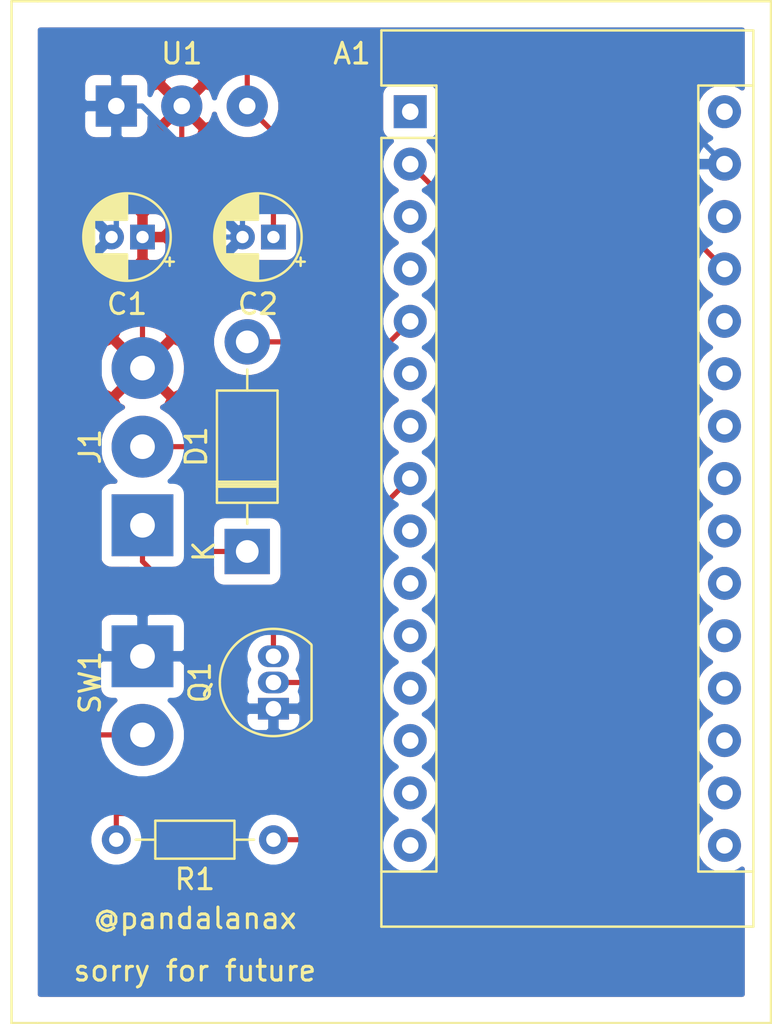
<source format=kicad_pcb>
(kicad_pcb (version 20171130) (host pcbnew 5.1.5+dfsg1-2build2)

  (general
    (thickness 1.6)
    (drawings 8)
    (tracks 58)
    (zones 0)
    (modules 9)
    (nets 35)
  )

  (page A4)
  (layers
    (0 F.Cu signal)
    (31 B.Cu signal)
    (32 B.Adhes user)
    (33 F.Adhes user)
    (34 B.Paste user)
    (35 F.Paste user)
    (36 B.SilkS user)
    (37 F.SilkS user)
    (38 B.Mask user)
    (39 F.Mask user)
    (40 Dwgs.User user)
    (41 Cmts.User user)
    (42 Eco1.User user)
    (43 Eco2.User user)
    (44 Edge.Cuts user)
    (45 Margin user)
    (46 B.CrtYd user)
    (47 F.CrtYd user)
    (48 B.Fab user)
    (49 F.Fab user)
  )

  (setup
    (last_trace_width 0.25)
    (trace_clearance 0.2)
    (zone_clearance 0.508)
    (zone_45_only no)
    (trace_min 0.2)
    (via_size 0.8)
    (via_drill 0.4)
    (via_min_size 0.4)
    (via_min_drill 0.3)
    (uvia_size 0.3)
    (uvia_drill 0.1)
    (uvias_allowed no)
    (uvia_min_size 0.2)
    (uvia_min_drill 0.1)
    (edge_width 0.05)
    (segment_width 0.2)
    (pcb_text_width 0.3)
    (pcb_text_size 1.5 1.5)
    (mod_edge_width 0.12)
    (mod_text_size 1 1)
    (mod_text_width 0.15)
    (pad_size 1.524 1.524)
    (pad_drill 0.762)
    (pad_to_mask_clearance 0.051)
    (solder_mask_min_width 0.25)
    (aux_axis_origin 0 0)
    (visible_elements FFFFFF7F)
    (pcbplotparams
      (layerselection 0x010fc_ffffffff)
      (usegerberextensions false)
      (usegerberattributes false)
      (usegerberadvancedattributes false)
      (creategerberjobfile false)
      (excludeedgelayer true)
      (linewidth 0.100000)
      (plotframeref false)
      (viasonmask false)
      (mode 1)
      (useauxorigin false)
      (hpglpennumber 1)
      (hpglpenspeed 20)
      (hpglpendiameter 15.000000)
      (psnegative false)
      (psa4output false)
      (plotreference true)
      (plotvalue true)
      (plotinvisibletext false)
      (padsonsilk false)
      (subtractmaskfromsilk false)
      (outputformat 1)
      (mirror false)
      (drillshape 0)
      (scaleselection 1)
      (outputdirectory ""))
  )

  (net 0 "")
  (net 1 "Net-(A1-Pad1)")
  (net 2 "Net-(A1-Pad17)")
  (net 3 "Net-(A1-Pad2)")
  (net 4 "Net-(A1-Pad18)")
  (net 5 "Net-(A1-Pad3)")
  (net 6 "Net-(A1-Pad19)")
  (net 7 "Net-(A1-Pad4)")
  (net 8 "Net-(A1-Pad20)")
  (net 9 "Net-(A1-Pad5)")
  (net 10 "Net-(A1-Pad21)")
  (net 11 "Net-(A1-Pad6)")
  (net 12 "Net-(A1-Pad22)")
  (net 13 "Net-(A1-Pad7)")
  (net 14 "Net-(A1-Pad23)")
  (net 15 "Net-(A1-Pad8)")
  (net 16 "Net-(A1-Pad24)")
  (net 17 "Net-(A1-Pad9)")
  (net 18 "Net-(A1-Pad25)")
  (net 19 "Net-(A1-Pad10)")
  (net 20 "Net-(A1-Pad26)")
  (net 21 "Net-(A1-Pad11)")
  (net 22 "Net-(A1-Pad27)")
  (net 23 "Net-(A1-Pad12)")
  (net 24 "Net-(A1-Pad28)")
  (net 25 "Net-(A1-Pad13)")
  (net 26 GND)
  (net 27 "Net-(A1-Pad14)")
  (net 28 "Net-(A1-Pad30)")
  (net 29 "Net-(A1-Pad15)")
  (net 30 "Net-(A1-Pad16)")
  (net 31 +4V)
  (net 32 "Net-(D1-Pad1)")
  (net 33 "Net-(Q1-Pad2)")
  (net 34 "Net-(J1-Pad1)")

  (net_class Default "This is the default net class."
    (clearance 0.2)
    (trace_width 0.25)
    (via_dia 0.8)
    (via_drill 0.4)
    (uvia_dia 0.3)
    (uvia_drill 0.1)
    (add_net +4V)
    (add_net GND)
    (add_net "Net-(A1-Pad1)")
    (add_net "Net-(A1-Pad10)")
    (add_net "Net-(A1-Pad11)")
    (add_net "Net-(A1-Pad12)")
    (add_net "Net-(A1-Pad13)")
    (add_net "Net-(A1-Pad14)")
    (add_net "Net-(A1-Pad15)")
    (add_net "Net-(A1-Pad16)")
    (add_net "Net-(A1-Pad17)")
    (add_net "Net-(A1-Pad18)")
    (add_net "Net-(A1-Pad19)")
    (add_net "Net-(A1-Pad2)")
    (add_net "Net-(A1-Pad20)")
    (add_net "Net-(A1-Pad21)")
    (add_net "Net-(A1-Pad22)")
    (add_net "Net-(A1-Pad23)")
    (add_net "Net-(A1-Pad24)")
    (add_net "Net-(A1-Pad25)")
    (add_net "Net-(A1-Pad26)")
    (add_net "Net-(A1-Pad27)")
    (add_net "Net-(A1-Pad28)")
    (add_net "Net-(A1-Pad3)")
    (add_net "Net-(A1-Pad30)")
    (add_net "Net-(A1-Pad4)")
    (add_net "Net-(A1-Pad5)")
    (add_net "Net-(A1-Pad6)")
    (add_net "Net-(A1-Pad7)")
    (add_net "Net-(A1-Pad8)")
    (add_net "Net-(A1-Pad9)")
    (add_net "Net-(D1-Pad1)")
    (add_net "Net-(J1-Pad1)")
    (add_net "Net-(Q1-Pad2)")
  )

  (module Module:Arduino_Nano (layer F.Cu) (tedit 58ACAF70) (tstamp 613BFCE5)
    (at 126.015001 81.555001)
    (descr "Arduino Nano, http://www.mouser.com/pdfdocs/Gravitech_Arduino_Nano3_0.pdf")
    (tags "Arduino Nano")
    (path /613B9011)
    (fp_text reference A1 (at -2.825001 -2.815001) (layer F.SilkS)
      (effects (font (size 1 1) (thickness 0.15)))
    )
    (fp_text value Arduino_Nano_v2.x (at 8.89 19.05 90) (layer F.Fab)
      (effects (font (size 1 1) (thickness 0.15)))
    )
    (fp_text user %R (at 6.35 19.05 90) (layer F.Fab)
      (effects (font (size 1 1) (thickness 0.15)))
    )
    (fp_line (start 1.27 1.27) (end 1.27 -1.27) (layer F.SilkS) (width 0.12))
    (fp_line (start 1.27 -1.27) (end -1.4 -1.27) (layer F.SilkS) (width 0.12))
    (fp_line (start -1.4 1.27) (end -1.4 39.5) (layer F.SilkS) (width 0.12))
    (fp_line (start -1.4 -3.94) (end -1.4 -1.27) (layer F.SilkS) (width 0.12))
    (fp_line (start 13.97 -1.27) (end 16.64 -1.27) (layer F.SilkS) (width 0.12))
    (fp_line (start 13.97 -1.27) (end 13.97 36.83) (layer F.SilkS) (width 0.12))
    (fp_line (start 13.97 36.83) (end 16.64 36.83) (layer F.SilkS) (width 0.12))
    (fp_line (start 1.27 1.27) (end -1.4 1.27) (layer F.SilkS) (width 0.12))
    (fp_line (start 1.27 1.27) (end 1.27 36.83) (layer F.SilkS) (width 0.12))
    (fp_line (start 1.27 36.83) (end -1.4 36.83) (layer F.SilkS) (width 0.12))
    (fp_line (start 3.81 31.75) (end 11.43 31.75) (layer F.Fab) (width 0.1))
    (fp_line (start 11.43 31.75) (end 11.43 41.91) (layer F.Fab) (width 0.1))
    (fp_line (start 11.43 41.91) (end 3.81 41.91) (layer F.Fab) (width 0.1))
    (fp_line (start 3.81 41.91) (end 3.81 31.75) (layer F.Fab) (width 0.1))
    (fp_line (start -1.4 39.5) (end 16.64 39.5) (layer F.SilkS) (width 0.12))
    (fp_line (start 16.64 39.5) (end 16.64 -3.94) (layer F.SilkS) (width 0.12))
    (fp_line (start 16.64 -3.94) (end -1.4 -3.94) (layer F.SilkS) (width 0.12))
    (fp_line (start 16.51 39.37) (end -1.27 39.37) (layer F.Fab) (width 0.1))
    (fp_line (start -1.27 39.37) (end -1.27 -2.54) (layer F.Fab) (width 0.1))
    (fp_line (start -1.27 -2.54) (end 0 -3.81) (layer F.Fab) (width 0.1))
    (fp_line (start 0 -3.81) (end 16.51 -3.81) (layer F.Fab) (width 0.1))
    (fp_line (start 16.51 -3.81) (end 16.51 39.37) (layer F.Fab) (width 0.1))
    (fp_line (start -1.53 -4.06) (end 16.75 -4.06) (layer F.CrtYd) (width 0.05))
    (fp_line (start -1.53 -4.06) (end -1.53 42.16) (layer F.CrtYd) (width 0.05))
    (fp_line (start 16.75 42.16) (end 16.75 -4.06) (layer F.CrtYd) (width 0.05))
    (fp_line (start 16.75 42.16) (end -1.53 42.16) (layer F.CrtYd) (width 0.05))
    (pad 1 thru_hole rect (at 0 0) (size 1.6 1.6) (drill 0.8) (layers *.Cu *.Mask)
      (net 1 "Net-(A1-Pad1)"))
    (pad 17 thru_hole oval (at 15.24 33.02) (size 1.6 1.6) (drill 0.8) (layers *.Cu *.Mask)
      (net 2 "Net-(A1-Pad17)"))
    (pad 2 thru_hole oval (at 0 2.54) (size 1.6 1.6) (drill 0.8) (layers *.Cu *.Mask)
      (net 3 "Net-(A1-Pad2)"))
    (pad 18 thru_hole oval (at 15.24 30.48) (size 1.6 1.6) (drill 0.8) (layers *.Cu *.Mask)
      (net 4 "Net-(A1-Pad18)"))
    (pad 3 thru_hole oval (at 0 5.08) (size 1.6 1.6) (drill 0.8) (layers *.Cu *.Mask)
      (net 5 "Net-(A1-Pad3)"))
    (pad 19 thru_hole oval (at 15.24 27.94) (size 1.6 1.6) (drill 0.8) (layers *.Cu *.Mask)
      (net 6 "Net-(A1-Pad19)"))
    (pad 4 thru_hole oval (at 0 7.62) (size 1.6 1.6) (drill 0.8) (layers *.Cu *.Mask)
      (net 7 "Net-(A1-Pad4)"))
    (pad 20 thru_hole oval (at 15.24 25.4) (size 1.6 1.6) (drill 0.8) (layers *.Cu *.Mask)
      (net 8 "Net-(A1-Pad20)"))
    (pad 5 thru_hole oval (at 0 10.16) (size 1.6 1.6) (drill 0.8) (layers *.Cu *.Mask)
      (net 9 "Net-(A1-Pad5)"))
    (pad 21 thru_hole oval (at 15.24 22.86) (size 1.6 1.6) (drill 0.8) (layers *.Cu *.Mask)
      (net 10 "Net-(A1-Pad21)"))
    (pad 6 thru_hole oval (at 0 12.7) (size 1.6 1.6) (drill 0.8) (layers *.Cu *.Mask)
      (net 11 "Net-(A1-Pad6)"))
    (pad 22 thru_hole oval (at 15.24 20.32) (size 1.6 1.6) (drill 0.8) (layers *.Cu *.Mask)
      (net 12 "Net-(A1-Pad22)"))
    (pad 7 thru_hole oval (at 0 15.24) (size 1.6 1.6) (drill 0.8) (layers *.Cu *.Mask)
      (net 13 "Net-(A1-Pad7)"))
    (pad 23 thru_hole oval (at 15.24 17.78) (size 1.6 1.6) (drill 0.8) (layers *.Cu *.Mask)
      (net 14 "Net-(A1-Pad23)"))
    (pad 8 thru_hole oval (at 0 17.78) (size 1.6 1.6) (drill 0.8) (layers *.Cu *.Mask)
      (net 15 "Net-(A1-Pad8)"))
    (pad 24 thru_hole oval (at 15.24 15.24) (size 1.6 1.6) (drill 0.8) (layers *.Cu *.Mask)
      (net 16 "Net-(A1-Pad24)"))
    (pad 9 thru_hole oval (at 0 20.32) (size 1.6 1.6) (drill 0.8) (layers *.Cu *.Mask)
      (net 17 "Net-(A1-Pad9)"))
    (pad 25 thru_hole oval (at 15.24 12.7) (size 1.6 1.6) (drill 0.8) (layers *.Cu *.Mask)
      (net 18 "Net-(A1-Pad25)"))
    (pad 10 thru_hole oval (at 0 22.86) (size 1.6 1.6) (drill 0.8) (layers *.Cu *.Mask)
      (net 19 "Net-(A1-Pad10)"))
    (pad 26 thru_hole oval (at 15.24 10.16) (size 1.6 1.6) (drill 0.8) (layers *.Cu *.Mask)
      (net 20 "Net-(A1-Pad26)"))
    (pad 11 thru_hole oval (at 0 25.4) (size 1.6 1.6) (drill 0.8) (layers *.Cu *.Mask)
      (net 21 "Net-(A1-Pad11)"))
    (pad 27 thru_hole oval (at 15.24 7.62) (size 1.6 1.6) (drill 0.8) (layers *.Cu *.Mask)
      (net 22 "Net-(A1-Pad27)"))
    (pad 12 thru_hole oval (at 0 27.94) (size 1.6 1.6) (drill 0.8) (layers *.Cu *.Mask)
      (net 23 "Net-(A1-Pad12)"))
    (pad 28 thru_hole oval (at 15.24 5.08) (size 1.6 1.6) (drill 0.8) (layers *.Cu *.Mask)
      (net 24 "Net-(A1-Pad28)"))
    (pad 13 thru_hole oval (at 0 30.48) (size 1.6 1.6) (drill 0.8) (layers *.Cu *.Mask)
      (net 25 "Net-(A1-Pad13)"))
    (pad 29 thru_hole oval (at 15.24 2.54) (size 1.6 1.6) (drill 0.8) (layers *.Cu *.Mask)
      (net 26 GND))
    (pad 14 thru_hole oval (at 0 33.02) (size 1.6 1.6) (drill 0.8) (layers *.Cu *.Mask)
      (net 27 "Net-(A1-Pad14)"))
    (pad 30 thru_hole oval (at 15.24 0) (size 1.6 1.6) (drill 0.8) (layers *.Cu *.Mask)
      (net 28 "Net-(A1-Pad30)"))
    (pad 15 thru_hole oval (at 0 35.56) (size 1.6 1.6) (drill 0.8) (layers *.Cu *.Mask)
      (net 29 "Net-(A1-Pad15)"))
    (pad 16 thru_hole oval (at 15.24 35.56) (size 1.6 1.6) (drill 0.8) (layers *.Cu *.Mask)
      (net 30 "Net-(A1-Pad16)"))
    (model ${KISYS3DMOD}/Module.3dshapes/Arduino_Nano_WithMountingHoles.wrl
      (at (xyz 0 0 0))
      (scale (xyz 1 1 1))
      (rotate (xyz 0 0 0))
    )
  )

  (module Capacitor_THT:CP_Radial_D4.0mm_P1.50mm (layer F.Cu) (tedit 5AE50EF0) (tstamp 613BFD50)
    (at 113.03 87.63 180)
    (descr "CP, Radial series, Radial, pin pitch=1.50mm, , diameter=4mm, Electrolytic Capacitor")
    (tags "CP Radial series Radial pin pitch 1.50mm  diameter 4mm Electrolytic Capacitor")
    (path /613C02DD)
    (fp_text reference C1 (at 0.75 -3.25) (layer F.SilkS)
      (effects (font (size 1 1) (thickness 0.15)))
    )
    (fp_text value 1uF (at 0.75 3.25) (layer F.Fab)
      (effects (font (size 1 1) (thickness 0.15)))
    )
    (fp_text user %R (at 0.75 0) (layer F.Fab)
      (effects (font (size 0.8 0.8) (thickness 0.12)))
    )
    (fp_line (start -1.319801 -1.395) (end -1.319801 -0.995) (layer F.SilkS) (width 0.12))
    (fp_line (start -1.519801 -1.195) (end -1.119801 -1.195) (layer F.SilkS) (width 0.12))
    (fp_line (start 2.831 -0.37) (end 2.831 0.37) (layer F.SilkS) (width 0.12))
    (fp_line (start 2.791 -0.537) (end 2.791 0.537) (layer F.SilkS) (width 0.12))
    (fp_line (start 2.751 -0.664) (end 2.751 0.664) (layer F.SilkS) (width 0.12))
    (fp_line (start 2.711 -0.768) (end 2.711 0.768) (layer F.SilkS) (width 0.12))
    (fp_line (start 2.671 -0.859) (end 2.671 0.859) (layer F.SilkS) (width 0.12))
    (fp_line (start 2.631 -0.94) (end 2.631 0.94) (layer F.SilkS) (width 0.12))
    (fp_line (start 2.591 -1.013) (end 2.591 1.013) (layer F.SilkS) (width 0.12))
    (fp_line (start 2.551 -1.08) (end 2.551 1.08) (layer F.SilkS) (width 0.12))
    (fp_line (start 2.511 -1.142) (end 2.511 1.142) (layer F.SilkS) (width 0.12))
    (fp_line (start 2.471 -1.2) (end 2.471 1.2) (layer F.SilkS) (width 0.12))
    (fp_line (start 2.431 -1.254) (end 2.431 1.254) (layer F.SilkS) (width 0.12))
    (fp_line (start 2.391 -1.304) (end 2.391 1.304) (layer F.SilkS) (width 0.12))
    (fp_line (start 2.351 -1.351) (end 2.351 1.351) (layer F.SilkS) (width 0.12))
    (fp_line (start 2.311 0.84) (end 2.311 1.396) (layer F.SilkS) (width 0.12))
    (fp_line (start 2.311 -1.396) (end 2.311 -0.84) (layer F.SilkS) (width 0.12))
    (fp_line (start 2.271 0.84) (end 2.271 1.438) (layer F.SilkS) (width 0.12))
    (fp_line (start 2.271 -1.438) (end 2.271 -0.84) (layer F.SilkS) (width 0.12))
    (fp_line (start 2.231 0.84) (end 2.231 1.478) (layer F.SilkS) (width 0.12))
    (fp_line (start 2.231 -1.478) (end 2.231 -0.84) (layer F.SilkS) (width 0.12))
    (fp_line (start 2.191 0.84) (end 2.191 1.516) (layer F.SilkS) (width 0.12))
    (fp_line (start 2.191 -1.516) (end 2.191 -0.84) (layer F.SilkS) (width 0.12))
    (fp_line (start 2.151 0.84) (end 2.151 1.552) (layer F.SilkS) (width 0.12))
    (fp_line (start 2.151 -1.552) (end 2.151 -0.84) (layer F.SilkS) (width 0.12))
    (fp_line (start 2.111 0.84) (end 2.111 1.587) (layer F.SilkS) (width 0.12))
    (fp_line (start 2.111 -1.587) (end 2.111 -0.84) (layer F.SilkS) (width 0.12))
    (fp_line (start 2.071 0.84) (end 2.071 1.619) (layer F.SilkS) (width 0.12))
    (fp_line (start 2.071 -1.619) (end 2.071 -0.84) (layer F.SilkS) (width 0.12))
    (fp_line (start 2.031 0.84) (end 2.031 1.65) (layer F.SilkS) (width 0.12))
    (fp_line (start 2.031 -1.65) (end 2.031 -0.84) (layer F.SilkS) (width 0.12))
    (fp_line (start 1.991 0.84) (end 1.991 1.68) (layer F.SilkS) (width 0.12))
    (fp_line (start 1.991 -1.68) (end 1.991 -0.84) (layer F.SilkS) (width 0.12))
    (fp_line (start 1.951 0.84) (end 1.951 1.708) (layer F.SilkS) (width 0.12))
    (fp_line (start 1.951 -1.708) (end 1.951 -0.84) (layer F.SilkS) (width 0.12))
    (fp_line (start 1.911 0.84) (end 1.911 1.735) (layer F.SilkS) (width 0.12))
    (fp_line (start 1.911 -1.735) (end 1.911 -0.84) (layer F.SilkS) (width 0.12))
    (fp_line (start 1.871 0.84) (end 1.871 1.76) (layer F.SilkS) (width 0.12))
    (fp_line (start 1.871 -1.76) (end 1.871 -0.84) (layer F.SilkS) (width 0.12))
    (fp_line (start 1.831 0.84) (end 1.831 1.785) (layer F.SilkS) (width 0.12))
    (fp_line (start 1.831 -1.785) (end 1.831 -0.84) (layer F.SilkS) (width 0.12))
    (fp_line (start 1.791 0.84) (end 1.791 1.808) (layer F.SilkS) (width 0.12))
    (fp_line (start 1.791 -1.808) (end 1.791 -0.84) (layer F.SilkS) (width 0.12))
    (fp_line (start 1.751 0.84) (end 1.751 1.83) (layer F.SilkS) (width 0.12))
    (fp_line (start 1.751 -1.83) (end 1.751 -0.84) (layer F.SilkS) (width 0.12))
    (fp_line (start 1.711 0.84) (end 1.711 1.851) (layer F.SilkS) (width 0.12))
    (fp_line (start 1.711 -1.851) (end 1.711 -0.84) (layer F.SilkS) (width 0.12))
    (fp_line (start 1.671 0.84) (end 1.671 1.87) (layer F.SilkS) (width 0.12))
    (fp_line (start 1.671 -1.87) (end 1.671 -0.84) (layer F.SilkS) (width 0.12))
    (fp_line (start 1.631 0.84) (end 1.631 1.889) (layer F.SilkS) (width 0.12))
    (fp_line (start 1.631 -1.889) (end 1.631 -0.84) (layer F.SilkS) (width 0.12))
    (fp_line (start 1.591 0.84) (end 1.591 1.907) (layer F.SilkS) (width 0.12))
    (fp_line (start 1.591 -1.907) (end 1.591 -0.84) (layer F.SilkS) (width 0.12))
    (fp_line (start 1.551 0.84) (end 1.551 1.924) (layer F.SilkS) (width 0.12))
    (fp_line (start 1.551 -1.924) (end 1.551 -0.84) (layer F.SilkS) (width 0.12))
    (fp_line (start 1.511 0.84) (end 1.511 1.94) (layer F.SilkS) (width 0.12))
    (fp_line (start 1.511 -1.94) (end 1.511 -0.84) (layer F.SilkS) (width 0.12))
    (fp_line (start 1.471 0.84) (end 1.471 1.954) (layer F.SilkS) (width 0.12))
    (fp_line (start 1.471 -1.954) (end 1.471 -0.84) (layer F.SilkS) (width 0.12))
    (fp_line (start 1.43 0.84) (end 1.43 1.968) (layer F.SilkS) (width 0.12))
    (fp_line (start 1.43 -1.968) (end 1.43 -0.84) (layer F.SilkS) (width 0.12))
    (fp_line (start 1.39 0.84) (end 1.39 1.982) (layer F.SilkS) (width 0.12))
    (fp_line (start 1.39 -1.982) (end 1.39 -0.84) (layer F.SilkS) (width 0.12))
    (fp_line (start 1.35 0.84) (end 1.35 1.994) (layer F.SilkS) (width 0.12))
    (fp_line (start 1.35 -1.994) (end 1.35 -0.84) (layer F.SilkS) (width 0.12))
    (fp_line (start 1.31 0.84) (end 1.31 2.005) (layer F.SilkS) (width 0.12))
    (fp_line (start 1.31 -2.005) (end 1.31 -0.84) (layer F.SilkS) (width 0.12))
    (fp_line (start 1.27 0.84) (end 1.27 2.016) (layer F.SilkS) (width 0.12))
    (fp_line (start 1.27 -2.016) (end 1.27 -0.84) (layer F.SilkS) (width 0.12))
    (fp_line (start 1.23 0.84) (end 1.23 2.025) (layer F.SilkS) (width 0.12))
    (fp_line (start 1.23 -2.025) (end 1.23 -0.84) (layer F.SilkS) (width 0.12))
    (fp_line (start 1.19 0.84) (end 1.19 2.034) (layer F.SilkS) (width 0.12))
    (fp_line (start 1.19 -2.034) (end 1.19 -0.84) (layer F.SilkS) (width 0.12))
    (fp_line (start 1.15 0.84) (end 1.15 2.042) (layer F.SilkS) (width 0.12))
    (fp_line (start 1.15 -2.042) (end 1.15 -0.84) (layer F.SilkS) (width 0.12))
    (fp_line (start 1.11 0.84) (end 1.11 2.05) (layer F.SilkS) (width 0.12))
    (fp_line (start 1.11 -2.05) (end 1.11 -0.84) (layer F.SilkS) (width 0.12))
    (fp_line (start 1.07 0.84) (end 1.07 2.056) (layer F.SilkS) (width 0.12))
    (fp_line (start 1.07 -2.056) (end 1.07 -0.84) (layer F.SilkS) (width 0.12))
    (fp_line (start 1.03 0.84) (end 1.03 2.062) (layer F.SilkS) (width 0.12))
    (fp_line (start 1.03 -2.062) (end 1.03 -0.84) (layer F.SilkS) (width 0.12))
    (fp_line (start 0.99 0.84) (end 0.99 2.067) (layer F.SilkS) (width 0.12))
    (fp_line (start 0.99 -2.067) (end 0.99 -0.84) (layer F.SilkS) (width 0.12))
    (fp_line (start 0.95 0.84) (end 0.95 2.071) (layer F.SilkS) (width 0.12))
    (fp_line (start 0.95 -2.071) (end 0.95 -0.84) (layer F.SilkS) (width 0.12))
    (fp_line (start 0.91 0.84) (end 0.91 2.074) (layer F.SilkS) (width 0.12))
    (fp_line (start 0.91 -2.074) (end 0.91 -0.84) (layer F.SilkS) (width 0.12))
    (fp_line (start 0.87 0.84) (end 0.87 2.077) (layer F.SilkS) (width 0.12))
    (fp_line (start 0.87 -2.077) (end 0.87 -0.84) (layer F.SilkS) (width 0.12))
    (fp_line (start 0.83 -2.079) (end 0.83 -0.84) (layer F.SilkS) (width 0.12))
    (fp_line (start 0.83 0.84) (end 0.83 2.079) (layer F.SilkS) (width 0.12))
    (fp_line (start 0.79 -2.08) (end 0.79 -0.84) (layer F.SilkS) (width 0.12))
    (fp_line (start 0.79 0.84) (end 0.79 2.08) (layer F.SilkS) (width 0.12))
    (fp_line (start 0.75 -2.08) (end 0.75 -0.84) (layer F.SilkS) (width 0.12))
    (fp_line (start 0.75 0.84) (end 0.75 2.08) (layer F.SilkS) (width 0.12))
    (fp_line (start -0.752554 -1.0675) (end -0.752554 -0.6675) (layer F.Fab) (width 0.1))
    (fp_line (start -0.952554 -0.8675) (end -0.552554 -0.8675) (layer F.Fab) (width 0.1))
    (fp_circle (center 0.75 0) (end 3 0) (layer F.CrtYd) (width 0.05))
    (fp_circle (center 0.75 0) (end 2.87 0) (layer F.SilkS) (width 0.12))
    (fp_circle (center 0.75 0) (end 2.75 0) (layer F.Fab) (width 0.1))
    (pad 2 thru_hole circle (at 1.5 0 180) (size 1.2 1.2) (drill 0.6) (layers *.Cu *.Mask)
      (net 26 GND))
    (pad 1 thru_hole rect (at 0 0 180) (size 1.2 1.2) (drill 0.6) (layers *.Cu *.Mask)
      (net 31 +4V))
    (model ${KISYS3DMOD}/Capacitor_THT.3dshapes/CP_Radial_D4.0mm_P1.50mm.wrl
      (at (xyz 0 0 0))
      (scale (xyz 1 1 1))
      (rotate (xyz 0 0 0))
    )
  )

  (module Capacitor_THT:CP_Radial_D4.0mm_P1.50mm (layer F.Cu) (tedit 5AE50EF0) (tstamp 613BFDBB)
    (at 119.38 87.63 180)
    (descr "CP, Radial series, Radial, pin pitch=1.50mm, , diameter=4mm, Electrolytic Capacitor")
    (tags "CP Radial series Radial pin pitch 1.50mm  diameter 4mm Electrolytic Capacitor")
    (path /613BE365)
    (fp_text reference C2 (at 0.75 -3.25) (layer F.SilkS)
      (effects (font (size 1 1) (thickness 0.15)))
    )
    (fp_text value 1uF (at 0.75 3.25) (layer F.Fab)
      (effects (font (size 1 1) (thickness 0.15)))
    )
    (fp_circle (center 0.75 0) (end 2.75 0) (layer F.Fab) (width 0.1))
    (fp_circle (center 0.75 0) (end 2.87 0) (layer F.SilkS) (width 0.12))
    (fp_circle (center 0.75 0) (end 3 0) (layer F.CrtYd) (width 0.05))
    (fp_line (start -0.952554 -0.8675) (end -0.552554 -0.8675) (layer F.Fab) (width 0.1))
    (fp_line (start -0.752554 -1.0675) (end -0.752554 -0.6675) (layer F.Fab) (width 0.1))
    (fp_line (start 0.75 0.84) (end 0.75 2.08) (layer F.SilkS) (width 0.12))
    (fp_line (start 0.75 -2.08) (end 0.75 -0.84) (layer F.SilkS) (width 0.12))
    (fp_line (start 0.79 0.84) (end 0.79 2.08) (layer F.SilkS) (width 0.12))
    (fp_line (start 0.79 -2.08) (end 0.79 -0.84) (layer F.SilkS) (width 0.12))
    (fp_line (start 0.83 0.84) (end 0.83 2.079) (layer F.SilkS) (width 0.12))
    (fp_line (start 0.83 -2.079) (end 0.83 -0.84) (layer F.SilkS) (width 0.12))
    (fp_line (start 0.87 -2.077) (end 0.87 -0.84) (layer F.SilkS) (width 0.12))
    (fp_line (start 0.87 0.84) (end 0.87 2.077) (layer F.SilkS) (width 0.12))
    (fp_line (start 0.91 -2.074) (end 0.91 -0.84) (layer F.SilkS) (width 0.12))
    (fp_line (start 0.91 0.84) (end 0.91 2.074) (layer F.SilkS) (width 0.12))
    (fp_line (start 0.95 -2.071) (end 0.95 -0.84) (layer F.SilkS) (width 0.12))
    (fp_line (start 0.95 0.84) (end 0.95 2.071) (layer F.SilkS) (width 0.12))
    (fp_line (start 0.99 -2.067) (end 0.99 -0.84) (layer F.SilkS) (width 0.12))
    (fp_line (start 0.99 0.84) (end 0.99 2.067) (layer F.SilkS) (width 0.12))
    (fp_line (start 1.03 -2.062) (end 1.03 -0.84) (layer F.SilkS) (width 0.12))
    (fp_line (start 1.03 0.84) (end 1.03 2.062) (layer F.SilkS) (width 0.12))
    (fp_line (start 1.07 -2.056) (end 1.07 -0.84) (layer F.SilkS) (width 0.12))
    (fp_line (start 1.07 0.84) (end 1.07 2.056) (layer F.SilkS) (width 0.12))
    (fp_line (start 1.11 -2.05) (end 1.11 -0.84) (layer F.SilkS) (width 0.12))
    (fp_line (start 1.11 0.84) (end 1.11 2.05) (layer F.SilkS) (width 0.12))
    (fp_line (start 1.15 -2.042) (end 1.15 -0.84) (layer F.SilkS) (width 0.12))
    (fp_line (start 1.15 0.84) (end 1.15 2.042) (layer F.SilkS) (width 0.12))
    (fp_line (start 1.19 -2.034) (end 1.19 -0.84) (layer F.SilkS) (width 0.12))
    (fp_line (start 1.19 0.84) (end 1.19 2.034) (layer F.SilkS) (width 0.12))
    (fp_line (start 1.23 -2.025) (end 1.23 -0.84) (layer F.SilkS) (width 0.12))
    (fp_line (start 1.23 0.84) (end 1.23 2.025) (layer F.SilkS) (width 0.12))
    (fp_line (start 1.27 -2.016) (end 1.27 -0.84) (layer F.SilkS) (width 0.12))
    (fp_line (start 1.27 0.84) (end 1.27 2.016) (layer F.SilkS) (width 0.12))
    (fp_line (start 1.31 -2.005) (end 1.31 -0.84) (layer F.SilkS) (width 0.12))
    (fp_line (start 1.31 0.84) (end 1.31 2.005) (layer F.SilkS) (width 0.12))
    (fp_line (start 1.35 -1.994) (end 1.35 -0.84) (layer F.SilkS) (width 0.12))
    (fp_line (start 1.35 0.84) (end 1.35 1.994) (layer F.SilkS) (width 0.12))
    (fp_line (start 1.39 -1.982) (end 1.39 -0.84) (layer F.SilkS) (width 0.12))
    (fp_line (start 1.39 0.84) (end 1.39 1.982) (layer F.SilkS) (width 0.12))
    (fp_line (start 1.43 -1.968) (end 1.43 -0.84) (layer F.SilkS) (width 0.12))
    (fp_line (start 1.43 0.84) (end 1.43 1.968) (layer F.SilkS) (width 0.12))
    (fp_line (start 1.471 -1.954) (end 1.471 -0.84) (layer F.SilkS) (width 0.12))
    (fp_line (start 1.471 0.84) (end 1.471 1.954) (layer F.SilkS) (width 0.12))
    (fp_line (start 1.511 -1.94) (end 1.511 -0.84) (layer F.SilkS) (width 0.12))
    (fp_line (start 1.511 0.84) (end 1.511 1.94) (layer F.SilkS) (width 0.12))
    (fp_line (start 1.551 -1.924) (end 1.551 -0.84) (layer F.SilkS) (width 0.12))
    (fp_line (start 1.551 0.84) (end 1.551 1.924) (layer F.SilkS) (width 0.12))
    (fp_line (start 1.591 -1.907) (end 1.591 -0.84) (layer F.SilkS) (width 0.12))
    (fp_line (start 1.591 0.84) (end 1.591 1.907) (layer F.SilkS) (width 0.12))
    (fp_line (start 1.631 -1.889) (end 1.631 -0.84) (layer F.SilkS) (width 0.12))
    (fp_line (start 1.631 0.84) (end 1.631 1.889) (layer F.SilkS) (width 0.12))
    (fp_line (start 1.671 -1.87) (end 1.671 -0.84) (layer F.SilkS) (width 0.12))
    (fp_line (start 1.671 0.84) (end 1.671 1.87) (layer F.SilkS) (width 0.12))
    (fp_line (start 1.711 -1.851) (end 1.711 -0.84) (layer F.SilkS) (width 0.12))
    (fp_line (start 1.711 0.84) (end 1.711 1.851) (layer F.SilkS) (width 0.12))
    (fp_line (start 1.751 -1.83) (end 1.751 -0.84) (layer F.SilkS) (width 0.12))
    (fp_line (start 1.751 0.84) (end 1.751 1.83) (layer F.SilkS) (width 0.12))
    (fp_line (start 1.791 -1.808) (end 1.791 -0.84) (layer F.SilkS) (width 0.12))
    (fp_line (start 1.791 0.84) (end 1.791 1.808) (layer F.SilkS) (width 0.12))
    (fp_line (start 1.831 -1.785) (end 1.831 -0.84) (layer F.SilkS) (width 0.12))
    (fp_line (start 1.831 0.84) (end 1.831 1.785) (layer F.SilkS) (width 0.12))
    (fp_line (start 1.871 -1.76) (end 1.871 -0.84) (layer F.SilkS) (width 0.12))
    (fp_line (start 1.871 0.84) (end 1.871 1.76) (layer F.SilkS) (width 0.12))
    (fp_line (start 1.911 -1.735) (end 1.911 -0.84) (layer F.SilkS) (width 0.12))
    (fp_line (start 1.911 0.84) (end 1.911 1.735) (layer F.SilkS) (width 0.12))
    (fp_line (start 1.951 -1.708) (end 1.951 -0.84) (layer F.SilkS) (width 0.12))
    (fp_line (start 1.951 0.84) (end 1.951 1.708) (layer F.SilkS) (width 0.12))
    (fp_line (start 1.991 -1.68) (end 1.991 -0.84) (layer F.SilkS) (width 0.12))
    (fp_line (start 1.991 0.84) (end 1.991 1.68) (layer F.SilkS) (width 0.12))
    (fp_line (start 2.031 -1.65) (end 2.031 -0.84) (layer F.SilkS) (width 0.12))
    (fp_line (start 2.031 0.84) (end 2.031 1.65) (layer F.SilkS) (width 0.12))
    (fp_line (start 2.071 -1.619) (end 2.071 -0.84) (layer F.SilkS) (width 0.12))
    (fp_line (start 2.071 0.84) (end 2.071 1.619) (layer F.SilkS) (width 0.12))
    (fp_line (start 2.111 -1.587) (end 2.111 -0.84) (layer F.SilkS) (width 0.12))
    (fp_line (start 2.111 0.84) (end 2.111 1.587) (layer F.SilkS) (width 0.12))
    (fp_line (start 2.151 -1.552) (end 2.151 -0.84) (layer F.SilkS) (width 0.12))
    (fp_line (start 2.151 0.84) (end 2.151 1.552) (layer F.SilkS) (width 0.12))
    (fp_line (start 2.191 -1.516) (end 2.191 -0.84) (layer F.SilkS) (width 0.12))
    (fp_line (start 2.191 0.84) (end 2.191 1.516) (layer F.SilkS) (width 0.12))
    (fp_line (start 2.231 -1.478) (end 2.231 -0.84) (layer F.SilkS) (width 0.12))
    (fp_line (start 2.231 0.84) (end 2.231 1.478) (layer F.SilkS) (width 0.12))
    (fp_line (start 2.271 -1.438) (end 2.271 -0.84) (layer F.SilkS) (width 0.12))
    (fp_line (start 2.271 0.84) (end 2.271 1.438) (layer F.SilkS) (width 0.12))
    (fp_line (start 2.311 -1.396) (end 2.311 -0.84) (layer F.SilkS) (width 0.12))
    (fp_line (start 2.311 0.84) (end 2.311 1.396) (layer F.SilkS) (width 0.12))
    (fp_line (start 2.351 -1.351) (end 2.351 1.351) (layer F.SilkS) (width 0.12))
    (fp_line (start 2.391 -1.304) (end 2.391 1.304) (layer F.SilkS) (width 0.12))
    (fp_line (start 2.431 -1.254) (end 2.431 1.254) (layer F.SilkS) (width 0.12))
    (fp_line (start 2.471 -1.2) (end 2.471 1.2) (layer F.SilkS) (width 0.12))
    (fp_line (start 2.511 -1.142) (end 2.511 1.142) (layer F.SilkS) (width 0.12))
    (fp_line (start 2.551 -1.08) (end 2.551 1.08) (layer F.SilkS) (width 0.12))
    (fp_line (start 2.591 -1.013) (end 2.591 1.013) (layer F.SilkS) (width 0.12))
    (fp_line (start 2.631 -0.94) (end 2.631 0.94) (layer F.SilkS) (width 0.12))
    (fp_line (start 2.671 -0.859) (end 2.671 0.859) (layer F.SilkS) (width 0.12))
    (fp_line (start 2.711 -0.768) (end 2.711 0.768) (layer F.SilkS) (width 0.12))
    (fp_line (start 2.751 -0.664) (end 2.751 0.664) (layer F.SilkS) (width 0.12))
    (fp_line (start 2.791 -0.537) (end 2.791 0.537) (layer F.SilkS) (width 0.12))
    (fp_line (start 2.831 -0.37) (end 2.831 0.37) (layer F.SilkS) (width 0.12))
    (fp_line (start -1.519801 -1.195) (end -1.119801 -1.195) (layer F.SilkS) (width 0.12))
    (fp_line (start -1.319801 -1.395) (end -1.319801 -0.995) (layer F.SilkS) (width 0.12))
    (fp_text user %R (at 0.75 0) (layer F.Fab)
      (effects (font (size 0.8 0.8) (thickness 0.12)))
    )
    (pad 1 thru_hole rect (at 0 0 180) (size 1.2 1.2) (drill 0.6) (layers *.Cu *.Mask)
      (net 22 "Net-(A1-Pad27)"))
    (pad 2 thru_hole circle (at 1.5 0 180) (size 1.2 1.2) (drill 0.6) (layers *.Cu *.Mask)
      (net 26 GND))
    (model ${KISYS3DMOD}/Capacitor_THT.3dshapes/CP_Radial_D4.0mm_P1.50mm.wrl
      (at (xyz 0 0 0))
      (scale (xyz 1 1 1))
      (rotate (xyz 0 0 0))
    )
  )

  (module Diode_THT:D_DO-41_SOD81_P10.16mm_Horizontal (layer F.Cu) (tedit 5AE50CD5) (tstamp 613BFDDA)
    (at 118.11 102.87 90)
    (descr "Diode, DO-41_SOD81 series, Axial, Horizontal, pin pitch=10.16mm, , length*diameter=5.2*2.7mm^2, , http://www.diodes.com/_files/packages/DO-41%20(Plastic).pdf")
    (tags "Diode DO-41_SOD81 series Axial Horizontal pin pitch 10.16mm  length 5.2mm diameter 2.7mm")
    (path /613BD7CB)
    (fp_text reference D1 (at 5.08 -2.47 90) (layer F.SilkS)
      (effects (font (size 1 1) (thickness 0.15)))
    )
    (fp_text value 1N4007 (at 5.08 2.47 90) (layer F.Fab)
      (effects (font (size 1 1) (thickness 0.15)))
    )
    (fp_line (start 2.48 -1.35) (end 2.48 1.35) (layer F.Fab) (width 0.1))
    (fp_line (start 2.48 1.35) (end 7.68 1.35) (layer F.Fab) (width 0.1))
    (fp_line (start 7.68 1.35) (end 7.68 -1.35) (layer F.Fab) (width 0.1))
    (fp_line (start 7.68 -1.35) (end 2.48 -1.35) (layer F.Fab) (width 0.1))
    (fp_line (start 0 0) (end 2.48 0) (layer F.Fab) (width 0.1))
    (fp_line (start 10.16 0) (end 7.68 0) (layer F.Fab) (width 0.1))
    (fp_line (start 3.26 -1.35) (end 3.26 1.35) (layer F.Fab) (width 0.1))
    (fp_line (start 3.36 -1.35) (end 3.36 1.35) (layer F.Fab) (width 0.1))
    (fp_line (start 3.16 -1.35) (end 3.16 1.35) (layer F.Fab) (width 0.1))
    (fp_line (start 2.36 -1.47) (end 2.36 1.47) (layer F.SilkS) (width 0.12))
    (fp_line (start 2.36 1.47) (end 7.8 1.47) (layer F.SilkS) (width 0.12))
    (fp_line (start 7.8 1.47) (end 7.8 -1.47) (layer F.SilkS) (width 0.12))
    (fp_line (start 7.8 -1.47) (end 2.36 -1.47) (layer F.SilkS) (width 0.12))
    (fp_line (start 1.34 0) (end 2.36 0) (layer F.SilkS) (width 0.12))
    (fp_line (start 8.82 0) (end 7.8 0) (layer F.SilkS) (width 0.12))
    (fp_line (start 3.26 -1.47) (end 3.26 1.47) (layer F.SilkS) (width 0.12))
    (fp_line (start 3.38 -1.47) (end 3.38 1.47) (layer F.SilkS) (width 0.12))
    (fp_line (start 3.14 -1.47) (end 3.14 1.47) (layer F.SilkS) (width 0.12))
    (fp_line (start -1.35 -1.6) (end -1.35 1.6) (layer F.CrtYd) (width 0.05))
    (fp_line (start -1.35 1.6) (end 11.51 1.6) (layer F.CrtYd) (width 0.05))
    (fp_line (start 11.51 1.6) (end 11.51 -1.6) (layer F.CrtYd) (width 0.05))
    (fp_line (start 11.51 -1.6) (end -1.35 -1.6) (layer F.CrtYd) (width 0.05))
    (fp_text user %R (at 5.47 0 90) (layer F.Fab)
      (effects (font (size 1 1) (thickness 0.15)))
    )
    (fp_text user K (at 0 -2.1 90) (layer F.Fab)
      (effects (font (size 1 1) (thickness 0.15)))
    )
    (fp_text user K (at 0 -2.1 90) (layer F.SilkS)
      (effects (font (size 1 1) (thickness 0.15)))
    )
    (pad 1 thru_hole rect (at 0 0 90) (size 2.2 2.2) (drill 1.1) (layers *.Cu *.Mask)
      (net 32 "Net-(D1-Pad1)"))
    (pad 2 thru_hole oval (at 10.16 0 90) (size 2.2 2.2) (drill 1.1) (layers *.Cu *.Mask)
      (net 9 "Net-(A1-Pad5)"))
    (model ${KISYS3DMOD}/Diode_THT.3dshapes/D_DO-41_SOD81_P10.16mm_Horizontal.wrl
      (at (xyz 0 0 0))
      (scale (xyz 1 1 1))
      (rotate (xyz 0 0 0))
    )
  )

  (module Connector_Wire:SolderWirePad_1x03_P3.81mm_Drill1.2mm (layer F.Cu) (tedit 5AEE5F4D) (tstamp 613BFDE6)
    (at 113.03 101.6 90)
    (descr "Wire solder connection")
    (tags connector)
    (path /613E216E)
    (attr virtual)
    (fp_text reference J1 (at 3.81 -2.54 90) (layer F.SilkS)
      (effects (font (size 1 1) (thickness 0.15)))
    )
    (fp_text value WS2812 (at 3.81 3.81 90) (layer F.Fab)
      (effects (font (size 1 1) (thickness 0.15)))
    )
    (fp_line (start 9.62 2) (end -2 2) (layer F.CrtYd) (width 0.05))
    (fp_line (start 9.62 2) (end 9.62 -2) (layer F.CrtYd) (width 0.05))
    (fp_line (start -2 -2) (end -2 2) (layer F.CrtYd) (width 0.05))
    (fp_line (start -2 -2) (end 9.62 -2) (layer F.CrtYd) (width 0.05))
    (fp_text user %R (at 3.81 0 90) (layer F.Fab)
      (effects (font (size 1 1) (thickness 0.15)))
    )
    (pad 3 thru_hole circle (at 7.62 0 90) (size 2.99974 2.99974) (drill 1.19888) (layers *.Cu *.Mask)
      (net 31 +4V))
    (pad 2 thru_hole circle (at 3.81 0 90) (size 2.99974 2.99974) (drill 1.19888) (layers *.Cu *.Mask)
      (net 32 "Net-(D1-Pad1)"))
    (pad 1 thru_hole rect (at 0 0 90) (size 2.99974 2.99974) (drill 1.19888) (layers *.Cu *.Mask)
      (net 34 "Net-(J1-Pad1)"))
  )

  (module Package_TO_SOT_THT:TO-92_Inline (layer F.Cu) (tedit 5A1DD157) (tstamp 613BFDF8)
    (at 119.38 110.49 90)
    (descr "TO-92 leads in-line, narrow, oval pads, drill 0.75mm (see NXP sot054_po.pdf)")
    (tags "to-92 sc-43 sc-43a sot54 PA33 transistor")
    (path /613BBDC2)
    (fp_text reference Q1 (at 1.27 -3.56 90) (layer F.SilkS)
      (effects (font (size 1 1) (thickness 0.15)))
    )
    (fp_text value 2N3904 (at 1.27 2.79 90) (layer F.Fab)
      (effects (font (size 1 1) (thickness 0.15)))
    )
    (fp_text user %R (at 1.27 -3.56 90) (layer F.Fab)
      (effects (font (size 1 1) (thickness 0.15)))
    )
    (fp_line (start -0.53 1.85) (end 3.07 1.85) (layer F.SilkS) (width 0.12))
    (fp_line (start -0.5 1.75) (end 3 1.75) (layer F.Fab) (width 0.1))
    (fp_line (start -1.46 -2.73) (end 4 -2.73) (layer F.CrtYd) (width 0.05))
    (fp_line (start -1.46 -2.73) (end -1.46 2.01) (layer F.CrtYd) (width 0.05))
    (fp_line (start 4 2.01) (end 4 -2.73) (layer F.CrtYd) (width 0.05))
    (fp_line (start 4 2.01) (end -1.46 2.01) (layer F.CrtYd) (width 0.05))
    (fp_arc (start 1.27 0) (end 1.27 -2.48) (angle 135) (layer F.Fab) (width 0.1))
    (fp_arc (start 1.27 0) (end 1.27 -2.6) (angle -135) (layer F.SilkS) (width 0.12))
    (fp_arc (start 1.27 0) (end 1.27 -2.48) (angle -135) (layer F.Fab) (width 0.1))
    (fp_arc (start 1.27 0) (end 1.27 -2.6) (angle 135) (layer F.SilkS) (width 0.12))
    (pad 2 thru_hole oval (at 1.27 0 90) (size 1.05 1.5) (drill 0.75) (layers *.Cu *.Mask)
      (net 33 "Net-(Q1-Pad2)"))
    (pad 3 thru_hole oval (at 2.54 0 90) (size 1.05 1.5) (drill 0.75) (layers *.Cu *.Mask)
      (net 34 "Net-(J1-Pad1)"))
    (pad 1 thru_hole rect (at 0 0 90) (size 1.05 1.5) (drill 0.75) (layers *.Cu *.Mask)
      (net 26 GND))
    (model ${KISYS3DMOD}/Package_TO_SOT_THT.3dshapes/TO-92_Inline.wrl
      (at (xyz 0 0 0))
      (scale (xyz 1 1 1))
      (rotate (xyz 0 0 0))
    )
  )

  (module Resistor_THT:R_Axial_DIN0204_L3.6mm_D1.6mm_P7.62mm_Horizontal (layer F.Cu) (tedit 5AE5139B) (tstamp 613BFE0F)
    (at 119.38 116.84 180)
    (descr "Resistor, Axial_DIN0204 series, Axial, Horizontal, pin pitch=7.62mm, 0.167W, length*diameter=3.6*1.6mm^2, http://cdn-reichelt.de/documents/datenblatt/B400/1_4W%23YAG.pdf")
    (tags "Resistor Axial_DIN0204 series Axial Horizontal pin pitch 7.62mm 0.167W length 3.6mm diameter 1.6mm")
    (path /613BD1EE)
    (fp_text reference R1 (at 3.81 -1.92) (layer F.SilkS)
      (effects (font (size 1 1) (thickness 0.15)))
    )
    (fp_text value R_US (at 3.81 1.92) (layer F.Fab)
      (effects (font (size 1 1) (thickness 0.15)))
    )
    (fp_line (start 2.01 -0.8) (end 2.01 0.8) (layer F.Fab) (width 0.1))
    (fp_line (start 2.01 0.8) (end 5.61 0.8) (layer F.Fab) (width 0.1))
    (fp_line (start 5.61 0.8) (end 5.61 -0.8) (layer F.Fab) (width 0.1))
    (fp_line (start 5.61 -0.8) (end 2.01 -0.8) (layer F.Fab) (width 0.1))
    (fp_line (start 0 0) (end 2.01 0) (layer F.Fab) (width 0.1))
    (fp_line (start 7.62 0) (end 5.61 0) (layer F.Fab) (width 0.1))
    (fp_line (start 1.89 -0.92) (end 1.89 0.92) (layer F.SilkS) (width 0.12))
    (fp_line (start 1.89 0.92) (end 5.73 0.92) (layer F.SilkS) (width 0.12))
    (fp_line (start 5.73 0.92) (end 5.73 -0.92) (layer F.SilkS) (width 0.12))
    (fp_line (start 5.73 -0.92) (end 1.89 -0.92) (layer F.SilkS) (width 0.12))
    (fp_line (start 0.94 0) (end 1.89 0) (layer F.SilkS) (width 0.12))
    (fp_line (start 6.68 0) (end 5.73 0) (layer F.SilkS) (width 0.12))
    (fp_line (start -0.95 -1.05) (end -0.95 1.05) (layer F.CrtYd) (width 0.05))
    (fp_line (start -0.95 1.05) (end 8.57 1.05) (layer F.CrtYd) (width 0.05))
    (fp_line (start 8.57 1.05) (end 8.57 -1.05) (layer F.CrtYd) (width 0.05))
    (fp_line (start 8.57 -1.05) (end -0.95 -1.05) (layer F.CrtYd) (width 0.05))
    (fp_text user %R (at 3.81 0) (layer F.Fab)
      (effects (font (size 0.72 0.72) (thickness 0.108)))
    )
    (pad 1 thru_hole circle (at 0 0 180) (size 1.4 1.4) (drill 0.7) (layers *.Cu *.Mask)
      (net 15 "Net-(A1-Pad8)"))
    (pad 2 thru_hole oval (at 7.62 0 180) (size 1.4 1.4) (drill 0.7) (layers *.Cu *.Mask)
      (net 33 "Net-(Q1-Pad2)"))
    (model ${KISYS3DMOD}/Resistor_THT.3dshapes/R_Axial_DIN0204_L3.6mm_D1.6mm_P7.62mm_Horizontal.wrl
      (at (xyz 0 0 0))
      (scale (xyz 1 1 1))
      (rotate (xyz 0 0 0))
    )
  )

  (module Connector_Wire:SolderWirePad_1x02_P3.81mm_Drill1.2mm (layer F.Cu) (tedit 5AEE5EF3) (tstamp 613BFE1A)
    (at 113.03 107.95 270)
    (descr "Wire solder connection")
    (tags connector)
    (path /613C1CB5)
    (attr virtual)
    (fp_text reference SW1 (at 1.27 2.54 90) (layer F.SilkS)
      (effects (font (size 1 1) (thickness 0.15)))
    )
    (fp_text value SW_Reed (at 1.905 3.81 90) (layer F.Fab)
      (effects (font (size 1 1) (thickness 0.15)))
    )
    (fp_text user %R (at 1.905 0 90) (layer F.Fab)
      (effects (font (size 1 1) (thickness 0.15)))
    )
    (fp_line (start -1.99 -2) (end 5.81 -2) (layer F.CrtYd) (width 0.05))
    (fp_line (start -1.99 -2) (end -1.99 2) (layer F.CrtYd) (width 0.05))
    (fp_line (start 5.81 2) (end 5.81 -2) (layer F.CrtYd) (width 0.05))
    (fp_line (start 5.81 2) (end -1.99 2) (layer F.CrtYd) (width 0.05))
    (pad 1 thru_hole rect (at 0 0 270) (size 2.99974 2.99974) (drill 1.19888) (layers *.Cu *.Mask)
      (net 26 GND))
    (pad 2 thru_hole circle (at 3.81 0 270) (size 2.99974 2.99974) (drill 1.19888) (layers *.Cu *.Mask)
      (net 3 "Net-(A1-Pad2)"))
  )

  (module Connector_Wire:SolderWirePad_1x03_P3.175mm_Drill0.8mm (layer F.Cu) (tedit 5AEE57A0) (tstamp 613E21DE)
    (at 111.76 81.28)
    (descr "Wire solder connection")
    (tags connector)
    (path /613BA387)
    (attr virtual)
    (fp_text reference U1 (at 3.175 -2.54) (layer F.SilkS)
      (effects (font (size 1 1) (thickness 0.15)))
    )
    (fp_text value MCP1700-3302E_TO92 (at 3.175 2.54) (layer F.Fab)
      (effects (font (size 1 1) (thickness 0.15)))
    )
    (fp_text user %R (at 3.175 0) (layer F.Fab)
      (effects (font (size 1 1) (thickness 0.15)))
    )
    (fp_line (start -1.49 -1.5) (end 7.85 -1.5) (layer F.CrtYd) (width 0.05))
    (fp_line (start -1.49 -1.5) (end -1.49 1.5) (layer F.CrtYd) (width 0.05))
    (fp_line (start 7.85 1.5) (end 7.85 -1.5) (layer F.CrtYd) (width 0.05))
    (fp_line (start 7.85 1.5) (end -1.49 1.5) (layer F.CrtYd) (width 0.05))
    (pad 1 thru_hole rect (at 0 0) (size 1.99898 1.99898) (drill 0.8001) (layers *.Cu *.Mask)
      (net 26 GND))
    (pad 2 thru_hole circle (at 3.175 0) (size 1.99898 1.99898) (drill 0.8001) (layers *.Cu *.Mask)
      (net 31 +4V))
    (pad 3 thru_hole circle (at 6.35 0) (size 1.99898 1.99898) (drill 0.8001) (layers *.Cu *.Mask)
      (net 22 "Net-(A1-Pad27)"))
  )

  (gr_text "sorry for future" (at 115.57 123.19) (layer F.SilkS)
    (effects (font (size 1 1) (thickness 0.15)))
  )
  (gr_text @pandalanax (at 115.57 120.65) (layer F.SilkS)
    (effects (font (size 1 1) (thickness 0.15)))
  )
  (gr_line (start 143.51 76.2) (end 143.51 125.73) (layer F.SilkS) (width 0.12))
  (gr_line (start 106.68 125.73) (end 107.95 125.73) (layer F.SilkS) (width 0.12) (tstamp 613C0A3E))
  (gr_line (start 106.68 76.2) (end 106.68 125.73) (layer F.SilkS) (width 0.12))
  (gr_line (start 107.95 76.2) (end 106.68 76.2) (layer F.SilkS) (width 0.12))
  (gr_line (start 143.51 125.73) (end 107.95 125.73) (layer F.SilkS) (width 0.12))
  (gr_line (start 107.95 76.2) (end 143.51 76.2) (layer F.SilkS) (width 0.12))

  (segment (start 113.03 111.76) (end 109.22 111.76) (width 0.25) (layer F.Cu) (net 3))
  (segment (start 109.22 111.76) (end 109.22 121.92) (width 0.25) (layer F.Cu) (net 3))
  (segment (start 109.22 121.92) (end 129.54 121.92) (width 0.25) (layer F.Cu) (net 3))
  (segment (start 129.54 87.62) (end 126.015001 84.095001) (width 0.25) (layer F.Cu) (net 3))
  (segment (start 129.54 121.92) (end 129.54 87.62) (width 0.25) (layer F.Cu) (net 3))
  (segment (start 125.020002 92.71) (end 126.015001 91.715001) (width 0.25) (layer F.Cu) (net 9))
  (segment (start 118.11 92.71) (end 125.020002 92.71) (width 0.25) (layer F.Cu) (net 9))
  (segment (start 123.19 102.160002) (end 126.015001 99.335001) (width 0.25) (layer F.Cu) (net 15))
  (segment (start 123.19 116.84) (end 123.19 102.160002) (width 0.25) (layer F.Cu) (net 15))
  (segment (start 119.38 116.84) (end 123.19 116.84) (width 0.25) (layer F.Cu) (net 15))
  (segment (start 141.255001 89.175001) (end 140.13 88.05) (width 0.25) (layer F.Cu) (net 22))
  (segment (start 118.11 78.74) (end 118.11 81.28) (width 0.25) (layer F.Cu) (net 22))
  (segment (start 130.82 78.74) (end 118.11 78.74) (width 0.25) (layer F.Cu) (net 22))
  (segment (start 141.255001 89.175001) (end 130.82 78.74) (width 0.25) (layer F.Cu) (net 22))
  (segment (start 119.38 82.55) (end 118.11 81.28) (width 0.25) (layer F.Cu) (net 22))
  (segment (start 119.38 87.63) (end 119.38 82.55) (width 0.25) (layer F.Cu) (net 22))
  (segment (start 110.930001 107.599871) (end 111.28013 107.95) (width 0.25) (layer B.Cu) (net 26))
  (segment (start 111.28013 107.95) (end 113.03 107.95) (width 0.25) (layer B.Cu) (net 26))
  (segment (start 111.53 87.63) (end 110.930001 88.229999) (width 0.25) (layer B.Cu) (net 26))
  (segment (start 118.38 110.49) (end 119.38 110.49) (width 0.25) (layer B.Cu) (net 26))
  (segment (start 117.31987 110.49) (end 118.38 110.49) (width 0.25) (layer B.Cu) (net 26))
  (segment (start 114.77987 107.95) (end 117.31987 110.49) (width 0.25) (layer B.Cu) (net 26))
  (segment (start 113.03 107.95) (end 114.77987 107.95) (width 0.25) (layer B.Cu) (net 26))
  (segment (start 140.455002 83.295002) (end 141.255001 84.095001) (width 0.25) (layer B.Cu) (net 26))
  (segment (start 136.615129 79.455129) (end 140.455002 83.295002) (width 0.25) (layer B.Cu) (net 26))
  (segment (start 110.930001 88.229999) (end 110.930001 107.599871) (width 0.25) (layer B.Cu) (net 26))
  (segment (start 111.76 81.28) (end 111.76 85.09) (width 0.25) (layer B.Cu) (net 26))
  (segment (start 111.76 85.09) (end 111.76 87.4) (width 0.25) (layer B.Cu) (net 26))
  (segment (start 117.031472 87.63) (end 117.88 87.63) (width 0.25) (layer B.Cu) (net 26))
  (segment (start 116.36013 87.63) (end 117.031472 87.63) (width 0.25) (layer B.Cu) (net 26))
  (segment (start 113.82013 85.09) (end 116.36013 87.63) (width 0.25) (layer B.Cu) (net 26))
  (segment (start 111.76 85.09) (end 113.82013 85.09) (width 0.25) (layer B.Cu) (net 26))
  (segment (start 117.88 86.781472) (end 125.206343 79.455129) (width 0.25) (layer B.Cu) (net 26))
  (segment (start 125.206343 79.455129) (end 136.615129 79.455129) (width 0.25) (layer B.Cu) (net 26))
  (segment (start 111.76 87.4) (end 111.53 87.63) (width 0.25) (layer B.Cu) (net 26))
  (segment (start 111.76 81.28) (end 111.76 87.4) (width 0.25) (layer B.Cu) (net 26))
  (segment (start 117.88 86.781472) (end 117.88 87.63) (width 0.25) (layer B.Cu) (net 26))
  (segment (start 117.88 86.15051) (end 117.88 86.781472) (width 0.25) (layer B.Cu) (net 26))
  (segment (start 113.00949 81.28) (end 117.88 86.15051) (width 0.25) (layer B.Cu) (net 26))
  (segment (start 111.76 81.28) (end 113.00949 81.28) (width 0.25) (layer B.Cu) (net 26))
  (segment (start 113.03 87.63) (end 113.03 93.98) (width 0.25) (layer F.Cu) (net 31))
  (segment (start 113.88 87.63) (end 113.03 87.63) (width 0.25) (layer F.Cu) (net 31))
  (segment (start 114.935 86.575) (end 113.88 87.63) (width 0.25) (layer F.Cu) (net 31))
  (segment (start 114.935 81.28) (end 114.935 86.575) (width 0.25) (layer F.Cu) (net 31))
  (segment (start 115.57 102.87) (end 118.11 102.87) (width 0.25) (layer F.Cu) (net 32))
  (segment (start 115.57 98.208864) (end 115.57 102.87) (width 0.25) (layer F.Cu) (net 32))
  (segment (start 115.151136 97.79) (end 115.57 98.208864) (width 0.25) (layer F.Cu) (net 32))
  (segment (start 113.03 97.79) (end 115.151136 97.79) (width 0.25) (layer F.Cu) (net 32))
  (segment (start 119.38 109.22) (end 121.92 109.22) (width 0.25) (layer F.Cu) (net 33))
  (segment (start 121.92 109.22) (end 121.92 113.03) (width 0.25) (layer F.Cu) (net 33))
  (segment (start 121.92 113.03) (end 115.57 113.03) (width 0.25) (layer F.Cu) (net 33))
  (segment (start 115.57 113.03) (end 113.03 115.57) (width 0.25) (layer F.Cu) (net 33))
  (segment (start 113.03 115.57) (end 111.76 115.57) (width 0.25) (layer F.Cu) (net 33))
  (segment (start 111.76 115.57) (end 111.76 116.84) (width 0.25) (layer F.Cu) (net 33))
  (segment (start 113.03 103.34987) (end 115.09013 105.41) (width 0.25) (layer F.Cu) (net 34))
  (segment (start 113.03 101.6) (end 113.03 103.34987) (width 0.25) (layer F.Cu) (net 34))
  (segment (start 115.09013 105.41) (end 119.38 105.41) (width 0.25) (layer F.Cu) (net 34))
  (segment (start 119.38 105.41) (end 119.38 107.95) (width 0.25) (layer F.Cu) (net 34))

  (zone (net 31) (net_name +4V) (layer F.Cu) (tstamp 613E2942) (hatch edge 0.508)
    (connect_pads (clearance 0.508))
    (min_thickness 0.254)
    (fill yes (arc_segments 32) (thermal_gap 0.508) (thermal_bridge_width 0.508))
    (polygon
      (pts
        (xy 142.24 124.46) (xy 107.95 124.46) (xy 107.95 77.47) (xy 142.24 77.47)
      )
    )
    (filled_polygon
      (pts
        (xy 142.113 80.402438) (xy 141.934728 80.283321) (xy 141.673575 80.175148) (xy 141.396336 80.120001) (xy 141.113666 80.120001)
        (xy 140.836427 80.175148) (xy 140.575274 80.283321) (xy 140.340242 80.440364) (xy 140.140364 80.640242) (xy 139.983321 80.875274)
        (xy 139.875148 81.136427) (xy 139.820001 81.413666) (xy 139.820001 81.696336) (xy 139.875148 81.973575) (xy 139.983321 82.234728)
        (xy 140.140364 82.46976) (xy 140.340242 82.669638) (xy 140.57276 82.825001) (xy 140.340242 82.980364) (xy 140.140364 83.180242)
        (xy 139.983321 83.415274) (xy 139.875148 83.676427) (xy 139.820001 83.953666) (xy 139.820001 84.236336) (xy 139.875148 84.513575)
        (xy 139.983321 84.774728) (xy 140.140364 85.00976) (xy 140.340242 85.209638) (xy 140.57276 85.365001) (xy 140.340242 85.520364)
        (xy 140.140364 85.720242) (xy 139.983321 85.955274) (xy 139.875148 86.216427) (xy 139.820001 86.493666) (xy 139.820001 86.665199)
        (xy 131.383804 78.229003) (xy 131.360001 78.199999) (xy 131.244276 78.105026) (xy 131.112247 78.034454) (xy 130.968986 77.990997)
        (xy 130.857333 77.98) (xy 130.857322 77.98) (xy 130.82 77.976324) (xy 130.782678 77.98) (xy 118.147333 77.98)
        (xy 118.11 77.976323) (xy 118.072667 77.98) (xy 117.961014 77.990997) (xy 117.817753 78.034454) (xy 117.685724 78.105026)
        (xy 117.569999 78.199999) (xy 117.475026 78.315724) (xy 117.404454 78.447753) (xy 117.360997 78.591014) (xy 117.346323 78.74)
        (xy 117.35 78.777333) (xy 117.35 79.825642) (xy 117.335778 79.831533) (xy 117.068073 80.010408) (xy 116.840408 80.238073)
        (xy 116.661533 80.505778) (xy 116.538322 80.803237) (xy 116.524165 80.874412) (xy 116.427314 80.594089) (xy 116.334399 80.420258)
        (xy 116.07005 80.324555) (xy 115.114605 81.28) (xy 116.07005 82.235445) (xy 116.334399 82.139742) (xy 116.475238 81.850213)
        (xy 116.521676 81.673076) (xy 116.538322 81.756763) (xy 116.661533 82.054222) (xy 116.840408 82.321927) (xy 117.068073 82.549592)
        (xy 117.335778 82.728467) (xy 117.633237 82.851678) (xy 117.949017 82.91449) (xy 118.270983 82.91449) (xy 118.586763 82.851678)
        (xy 118.600985 82.845787) (xy 118.620001 82.864803) (xy 118.62 86.414962) (xy 118.53582 86.440498) (xy 118.425506 86.499463)
        (xy 118.409522 86.512581) (xy 118.240236 86.44246) (xy 118.001637 86.395) (xy 117.758363 86.395) (xy 117.519764 86.44246)
        (xy 117.295008 86.535557) (xy 117.092733 86.670713) (xy 116.920713 86.842733) (xy 116.785557 87.045008) (xy 116.69246 87.269764)
        (xy 116.645 87.508363) (xy 116.645 87.751637) (xy 116.69246 87.990236) (xy 116.785557 88.214992) (xy 116.920713 88.417267)
        (xy 117.092733 88.589287) (xy 117.295008 88.724443) (xy 117.519764 88.81754) (xy 117.758363 88.865) (xy 118.001637 88.865)
        (xy 118.240236 88.81754) (xy 118.409522 88.747419) (xy 118.425506 88.760537) (xy 118.53582 88.819502) (xy 118.655518 88.855812)
        (xy 118.78 88.868072) (xy 119.98 88.868072) (xy 120.104482 88.855812) (xy 120.22418 88.819502) (xy 120.334494 88.760537)
        (xy 120.431185 88.681185) (xy 120.510537 88.584494) (xy 120.569502 88.47418) (xy 120.605812 88.354482) (xy 120.618072 88.23)
        (xy 120.618072 87.03) (xy 120.605812 86.905518) (xy 120.569502 86.78582) (xy 120.510537 86.675506) (xy 120.431185 86.578815)
        (xy 120.334494 86.499463) (xy 120.22418 86.440498) (xy 120.14 86.414962) (xy 120.14 82.587322) (xy 120.143676 82.549999)
        (xy 120.14 82.512676) (xy 120.14 82.512667) (xy 120.129003 82.401014) (xy 120.085546 82.257753) (xy 120.014974 82.125724)
        (xy 119.920001 82.009999) (xy 119.891003 81.986201) (xy 119.675787 81.770985) (xy 119.681678 81.756763) (xy 119.74449 81.440983)
        (xy 119.74449 81.119017) (xy 119.681678 80.803237) (xy 119.558467 80.505778) (xy 119.379592 80.238073) (xy 119.151927 80.010408)
        (xy 118.884222 79.831533) (xy 118.87 79.825642) (xy 118.87 79.5) (xy 130.505199 79.5) (xy 139.856313 88.851115)
        (xy 139.820001 89.033666) (xy 139.820001 89.316336) (xy 139.875148 89.593575) (xy 139.983321 89.854728) (xy 140.140364 90.08976)
        (xy 140.340242 90.289638) (xy 140.57276 90.445001) (xy 140.340242 90.600364) (xy 140.140364 90.800242) (xy 139.983321 91.035274)
        (xy 139.875148 91.296427) (xy 139.820001 91.573666) (xy 139.820001 91.856336) (xy 139.875148 92.133575) (xy 139.983321 92.394728)
        (xy 140.140364 92.62976) (xy 140.340242 92.829638) (xy 140.57276 92.985001) (xy 140.340242 93.140364) (xy 140.140364 93.340242)
        (xy 139.983321 93.575274) (xy 139.875148 93.836427) (xy 139.820001 94.113666) (xy 139.820001 94.396336) (xy 139.875148 94.673575)
        (xy 139.983321 94.934728) (xy 140.140364 95.16976) (xy 140.340242 95.369638) (xy 140.57276 95.525001) (xy 140.340242 95.680364)
        (xy 140.140364 95.880242) (xy 139.983321 96.115274) (xy 139.875148 96.376427) (xy 139.820001 96.653666) (xy 139.820001 96.936336)
        (xy 139.875148 97.213575) (xy 139.983321 97.474728) (xy 140.140364 97.70976) (xy 140.340242 97.909638) (xy 140.57276 98.065001)
        (xy 140.340242 98.220364) (xy 140.140364 98.420242) (xy 139.983321 98.655274) (xy 139.875148 98.916427) (xy 139.820001 99.193666)
        (xy 139.820001 99.476336) (xy 139.875148 99.753575) (xy 139.983321 100.014728) (xy 140.140364 100.24976) (xy 140.340242 100.449638)
        (xy 140.57276 100.605001) (xy 140.340242 100.760364) (xy 140.140364 100.960242) (xy 139.983321 101.195274) (xy 139.875148 101.456427)
        (xy 139.820001 101.733666) (xy 139.820001 102.016336) (xy 139.875148 102.293575) (xy 139.983321 102.554728) (xy 140.140364 102.78976)
        (xy 140.340242 102.989638) (xy 140.57276 103.145001) (xy 140.340242 103.300364) (xy 140.140364 103.500242) (xy 139.983321 103.735274)
        (xy 139.875148 103.996427) (xy 139.820001 104.273666) (xy 139.820001 104.556336) (xy 139.875148 104.833575) (xy 139.983321 105.094728)
        (xy 140.140364 105.32976) (xy 140.340242 105.529638) (xy 140.57276 105.685001) (xy 140.340242 105.840364) (xy 140.140364 106.040242)
        (xy 139.983321 106.275274) (xy 139.875148 106.536427) (xy 139.820001 106.813666) (xy 139.820001 107.096336) (xy 139.875148 107.373575)
        (xy 139.983321 107.634728) (xy 140.140364 107.86976) (xy 140.340242 108.069638) (xy 140.57276 108.225001) (xy 140.340242 108.380364)
        (xy 140.140364 108.580242) (xy 139.983321 108.815274) (xy 139.875148 109.076427) (xy 139.820001 109.353666) (xy 139.820001 109.636336)
        (xy 139.875148 109.913575) (xy 139.983321 110.174728) (xy 140.140364 110.40976) (xy 140.340242 110.609638) (xy 140.57276 110.765001)
        (xy 140.340242 110.920364) (xy 140.140364 111.120242) (xy 139.983321 111.355274) (xy 139.875148 111.616427) (xy 139.820001 111.893666)
        (xy 139.820001 112.176336) (xy 139.875148 112.453575) (xy 139.983321 112.714728) (xy 140.140364 112.94976) (xy 140.340242 113.149638)
        (xy 140.57276 113.305001) (xy 140.340242 113.460364) (xy 140.140364 113.660242) (xy 139.983321 113.895274) (xy 139.875148 114.156427)
        (xy 139.820001 114.433666) (xy 139.820001 114.716336) (xy 139.875148 114.993575) (xy 139.983321 115.254728) (xy 140.140364 115.48976)
        (xy 140.340242 115.689638) (xy 140.57276 115.845001) (xy 140.340242 116.000364) (xy 140.140364 116.200242) (xy 139.983321 116.435274)
        (xy 139.875148 116.696427) (xy 139.820001 116.973666) (xy 139.820001 117.256336) (xy 139.875148 117.533575) (xy 139.983321 117.794728)
        (xy 140.140364 118.02976) (xy 140.340242 118.229638) (xy 140.575274 118.386681) (xy 140.836427 118.494854) (xy 141.113666 118.550001)
        (xy 141.396336 118.550001) (xy 141.673575 118.494854) (xy 141.934728 118.386681) (xy 142.113 118.267564) (xy 142.113 124.333)
        (xy 108.077 124.333) (xy 108.077 111.76) (xy 108.456323 111.76) (xy 108.46 111.797333) (xy 108.460001 121.882657)
        (xy 108.456323 121.92) (xy 108.470997 122.068986) (xy 108.514454 122.212247) (xy 108.585026 122.344276) (xy 108.679999 122.460001)
        (xy 108.795724 122.554974) (xy 108.927753 122.625546) (xy 109.071014 122.669003) (xy 109.182667 122.68) (xy 109.22 122.683677)
        (xy 109.257333 122.68) (xy 129.502667 122.68) (xy 129.54 122.683677) (xy 129.577333 122.68) (xy 129.688986 122.669003)
        (xy 129.832247 122.625546) (xy 129.964276 122.554974) (xy 130.080001 122.460001) (xy 130.174974 122.344276) (xy 130.245546 122.212247)
        (xy 130.289003 122.068986) (xy 130.303677 121.92) (xy 130.3 121.882667) (xy 130.3 87.657322) (xy 130.303676 87.619999)
        (xy 130.3 87.582676) (xy 130.3 87.582667) (xy 130.289003 87.471014) (xy 130.245546 87.327753) (xy 130.174974 87.195724)
        (xy 130.161811 87.179685) (xy 130.103799 87.108996) (xy 130.103795 87.108992) (xy 130.080001 87.079999) (xy 130.051008 87.056205)
        (xy 127.413689 84.418887) (xy 127.450001 84.236336) (xy 127.450001 83.953666) (xy 127.394854 83.676427) (xy 127.286681 83.415274)
        (xy 127.129638 83.180242) (xy 126.93104 82.981644) (xy 126.939483 82.980813) (xy 127.059181 82.944503) (xy 127.169495 82.885538)
        (xy 127.266186 82.806186) (xy 127.345538 82.709495) (xy 127.404503 82.599181) (xy 127.440813 82.479483) (xy 127.453073 82.355001)
        (xy 127.453073 80.755001) (xy 127.440813 80.630519) (xy 127.404503 80.510821) (xy 127.345538 80.400507) (xy 127.266186 80.303816)
        (xy 127.169495 80.224464) (xy 127.059181 80.165499) (xy 126.939483 80.129189) (xy 126.815001 80.116929) (xy 125.215001 80.116929)
        (xy 125.090519 80.129189) (xy 124.970821 80.165499) (xy 124.860507 80.224464) (xy 124.763816 80.303816) (xy 124.684464 80.400507)
        (xy 124.625499 80.510821) (xy 124.589189 80.630519) (xy 124.576929 80.755001) (xy 124.576929 82.355001) (xy 124.589189 82.479483)
        (xy 124.625499 82.599181) (xy 124.684464 82.709495) (xy 124.763816 82.806186) (xy 124.860507 82.885538) (xy 124.970821 82.944503)
        (xy 125.090519 82.980813) (xy 125.098962 82.981644) (xy 124.900364 83.180242) (xy 124.743321 83.415274) (xy 124.635148 83.676427)
        (xy 124.580001 83.953666) (xy 124.580001 84.236336) (xy 124.635148 84.513575) (xy 124.743321 84.774728) (xy 124.900364 85.00976)
        (xy 125.100242 85.209638) (xy 125.33276 85.365001) (xy 125.100242 85.520364) (xy 124.900364 85.720242) (xy 124.743321 85.955274)
        (xy 124.635148 86.216427) (xy 124.580001 86.493666) (xy 124.580001 86.776336) (xy 124.635148 87.053575) (xy 124.743321 87.314728)
        (xy 124.900364 87.54976) (xy 125.100242 87.749638) (xy 125.33276 87.905001) (xy 125.100242 88.060364) (xy 124.900364 88.260242)
        (xy 124.743321 88.495274) (xy 124.635148 88.756427) (xy 124.580001 89.033666) (xy 124.580001 89.316336) (xy 124.635148 89.593575)
        (xy 124.743321 89.854728) (xy 124.900364 90.08976) (xy 125.100242 90.289638) (xy 125.33276 90.445001) (xy 125.100242 90.600364)
        (xy 124.900364 90.800242) (xy 124.743321 91.035274) (xy 124.635148 91.296427) (xy 124.580001 91.573666) (xy 124.580001 91.856336)
        (xy 124.598632 91.95) (xy 119.673148 91.95) (xy 119.647537 91.888169) (xy 119.457663 91.604002) (xy 119.215998 91.362337)
        (xy 118.931831 91.172463) (xy 118.616081 91.041675) (xy 118.280883 90.975) (xy 117.939117 90.975) (xy 117.603919 91.041675)
        (xy 117.288169 91.172463) (xy 117.004002 91.362337) (xy 116.762337 91.604002) (xy 116.572463 91.888169) (xy 116.441675 92.203919)
        (xy 116.375 92.539117) (xy 116.375 92.880883) (xy 116.441675 93.216081) (xy 116.572463 93.531831) (xy 116.762337 93.815998)
        (xy 117.004002 94.057663) (xy 117.288169 94.247537) (xy 117.603919 94.378325) (xy 117.939117 94.445) (xy 118.280883 94.445)
        (xy 118.616081 94.378325) (xy 118.931831 94.247537) (xy 119.215998 94.057663) (xy 119.457663 93.815998) (xy 119.647537 93.531831)
        (xy 119.673148 93.47) (xy 124.813663 93.47) (xy 124.743321 93.575274) (xy 124.635148 93.836427) (xy 124.580001 94.113666)
        (xy 124.580001 94.396336) (xy 124.635148 94.673575) (xy 124.743321 94.934728) (xy 124.900364 95.16976) (xy 125.100242 95.369638)
        (xy 125.33276 95.525001) (xy 125.100242 95.680364) (xy 124.900364 95.880242) (xy 124.743321 96.115274) (xy 124.635148 96.376427)
        (xy 124.580001 96.653666) (xy 124.580001 96.936336) (xy 124.635148 97.213575) (xy 124.743321 97.474728) (xy 124.900364 97.70976)
        (xy 125.100242 97.909638) (xy 125.33276 98.065001) (xy 125.100242 98.220364) (xy 124.900364 98.420242) (xy 124.743321 98.655274)
        (xy 124.635148 98.916427) (xy 124.580001 99.193666) (xy 124.580001 99.476336) (xy 124.616313 99.658887) (xy 122.678998 101.596203)
        (xy 122.65 101.620001) (xy 122.626202 101.648999) (xy 122.626201 101.649) (xy 122.555026 101.735726) (xy 122.484454 101.867756)
        (xy 122.440998 102.011017) (xy 122.426324 102.160002) (xy 122.430001 102.197334) (xy 122.430001 108.655378) (xy 122.344276 108.585026)
        (xy 122.212247 108.514454) (xy 122.068986 108.470997) (xy 121.957333 108.46) (xy 121.92 108.456323) (xy 121.882667 108.46)
        (xy 120.647708 108.46) (xy 120.681885 108.39606) (xy 120.748215 108.1774) (xy 120.770612 107.95) (xy 120.748215 107.7226)
        (xy 120.681885 107.50394) (xy 120.574171 107.302421) (xy 120.429212 107.125788) (xy 120.252579 106.980829) (xy 120.14 106.920654)
        (xy 120.14 105.447333) (xy 120.143677 105.41) (xy 120.129003 105.261014) (xy 120.085546 105.117753) (xy 120.014974 104.985724)
        (xy 119.920001 104.869999) (xy 119.804276 104.775026) (xy 119.672247 104.704454) (xy 119.528986 104.660997) (xy 119.417333 104.65)
        (xy 119.38 104.646323) (xy 119.342667 104.65) (xy 115.404932 104.65) (xy 114.492873 103.737942) (xy 114.52987 103.737942)
        (xy 114.654352 103.725682) (xy 114.77405 103.689372) (xy 114.884364 103.630407) (xy 114.981055 103.551055) (xy 115.060407 103.454364)
        (xy 115.067618 103.440874) (xy 115.145724 103.504974) (xy 115.277753 103.575546) (xy 115.421014 103.619003) (xy 115.532667 103.63)
        (xy 115.57 103.633677) (xy 115.607333 103.63) (xy 116.371928 103.63) (xy 116.371928 103.97) (xy 116.384188 104.094482)
        (xy 116.420498 104.21418) (xy 116.479463 104.324494) (xy 116.558815 104.421185) (xy 116.655506 104.500537) (xy 116.76582 104.559502)
        (xy 116.885518 104.595812) (xy 117.01 104.608072) (xy 119.21 104.608072) (xy 119.334482 104.595812) (xy 119.45418 104.559502)
        (xy 119.564494 104.500537) (xy 119.661185 104.421185) (xy 119.740537 104.324494) (xy 119.799502 104.21418) (xy 119.835812 104.094482)
        (xy 119.848072 103.97) (xy 119.848072 101.77) (xy 119.835812 101.645518) (xy 119.799502 101.52582) (xy 119.740537 101.415506)
        (xy 119.661185 101.318815) (xy 119.564494 101.239463) (xy 119.45418 101.180498) (xy 119.334482 101.144188) (xy 119.21 101.131928)
        (xy 117.01 101.131928) (xy 116.885518 101.144188) (xy 116.76582 101.180498) (xy 116.655506 101.239463) (xy 116.558815 101.318815)
        (xy 116.479463 101.415506) (xy 116.420498 101.52582) (xy 116.384188 101.645518) (xy 116.371928 101.77) (xy 116.371928 102.11)
        (xy 116.33 102.11) (xy 116.33 98.246186) (xy 116.333676 98.208863) (xy 116.33 98.17154) (xy 116.33 98.171531)
        (xy 116.319003 98.059878) (xy 116.275546 97.916617) (xy 116.204974 97.784588) (xy 116.110001 97.668863) (xy 116.080998 97.645061)
        (xy 115.71494 97.279003) (xy 115.691137 97.249999) (xy 115.575412 97.155026) (xy 115.443383 97.084454) (xy 115.300122 97.040997)
        (xy 115.188469 97.03) (xy 115.188458 97.03) (xy 115.151136 97.026324) (xy 115.113814 97.03) (xy 115.025964 97.03)
        (xy 114.921897 96.77876) (xy 114.688262 96.4291) (xy 114.3909 96.131738) (xy 114.04124 95.898103) (xy 114.005782 95.883416)
        (xy 114.18596 95.787108) (xy 114.341956 95.471561) (xy 113.03 94.159605) (xy 111.718044 95.471561) (xy 111.87404 95.787108)
        (xy 112.059176 95.881362) (xy 112.01876 95.898103) (xy 111.6691 96.131738) (xy 111.371738 96.4291) (xy 111.138103 96.77876)
        (xy 110.977172 97.167281) (xy 110.89513 97.579734) (xy 110.89513 98.000266) (xy 110.977172 98.412719) (xy 111.138103 98.80124)
        (xy 111.371738 99.1509) (xy 111.6691 99.448262) (xy 111.689747 99.462058) (xy 111.53013 99.462058) (xy 111.405648 99.474318)
        (xy 111.28595 99.510628) (xy 111.175636 99.569593) (xy 111.078945 99.648945) (xy 110.999593 99.745636) (xy 110.940628 99.85595)
        (xy 110.904318 99.975648) (xy 110.892058 100.10013) (xy 110.892058 103.09987) (xy 110.904318 103.224352) (xy 110.940628 103.34405)
        (xy 110.999593 103.454364) (xy 111.078945 103.551055) (xy 111.175636 103.630407) (xy 111.28595 103.689372) (xy 111.405648 103.725682)
        (xy 111.53013 103.737942) (xy 112.375674 103.737942) (xy 112.395026 103.774146) (xy 112.466201 103.860872) (xy 112.49 103.889871)
        (xy 112.518998 103.913669) (xy 114.417386 105.812058) (xy 111.53013 105.812058) (xy 111.405648 105.824318) (xy 111.28595 105.860628)
        (xy 111.175636 105.919593) (xy 111.078945 105.998945) (xy 110.999593 106.095636) (xy 110.940628 106.20595) (xy 110.904318 106.325648)
        (xy 110.892058 106.45013) (xy 110.892058 109.44987) (xy 110.904318 109.574352) (xy 110.940628 109.69405) (xy 110.999593 109.804364)
        (xy 111.078945 109.901055) (xy 111.175636 109.980407) (xy 111.28595 110.039372) (xy 111.405648 110.075682) (xy 111.53013 110.087942)
        (xy 111.689747 110.087942) (xy 111.6691 110.101738) (xy 111.371738 110.3991) (xy 111.138103 110.74876) (xy 111.034036 111)
        (xy 109.257333 111) (xy 109.22 110.996323) (xy 109.182667 111) (xy 109.071014 111.010997) (xy 108.927753 111.054454)
        (xy 108.795724 111.125026) (xy 108.679999 111.219999) (xy 108.585026 111.335724) (xy 108.514454 111.467753) (xy 108.470997 111.611014)
        (xy 108.456323 111.76) (xy 108.077 111.76) (xy 108.077 94.022829) (xy 110.885228 94.022829) (xy 110.934795 94.440431)
        (xy 111.064879 94.840339) (xy 111.222892 95.13596) (xy 111.538439 95.291956) (xy 112.850395 93.98) (xy 113.209605 93.98)
        (xy 114.521561 95.291956) (xy 114.837108 95.13596) (xy 115.027901 94.7612) (xy 115.141917 94.356418) (xy 115.174772 93.937171)
        (xy 115.125205 93.519569) (xy 114.995121 93.119661) (xy 114.837108 92.82404) (xy 114.521561 92.668044) (xy 113.209605 93.98)
        (xy 112.850395 93.98) (xy 111.538439 92.668044) (xy 111.222892 92.82404) (xy 111.032099 93.1988) (xy 110.918083 93.603582)
        (xy 110.885228 94.022829) (xy 108.077 94.022829) (xy 108.077 92.488439) (xy 111.718044 92.488439) (xy 113.03 93.800395)
        (xy 114.341956 92.488439) (xy 114.18596 92.172892) (xy 113.8112 91.982099) (xy 113.406418 91.868083) (xy 112.987171 91.835228)
        (xy 112.569569 91.884795) (xy 112.169661 92.014879) (xy 111.87404 92.172892) (xy 111.718044 92.488439) (xy 108.077 92.488439)
        (xy 108.077 87.508363) (xy 110.295 87.508363) (xy 110.295 87.751637) (xy 110.34246 87.990236) (xy 110.435557 88.214992)
        (xy 110.570713 88.417267) (xy 110.742733 88.589287) (xy 110.945008 88.724443) (xy 111.169764 88.81754) (xy 111.408363 88.865)
        (xy 111.651637 88.865) (xy 111.890236 88.81754) (xy 112.059522 88.747419) (xy 112.075506 88.760537) (xy 112.18582 88.819502)
        (xy 112.305518 88.855812) (xy 112.43 88.868072) (xy 112.74425 88.865) (xy 112.903 88.70625) (xy 112.903 87.757)
        (xy 113.157 87.757) (xy 113.157 88.70625) (xy 113.31575 88.865) (xy 113.63 88.868072) (xy 113.754482 88.855812)
        (xy 113.87418 88.819502) (xy 113.984494 88.760537) (xy 114.081185 88.681185) (xy 114.160537 88.584494) (xy 114.219502 88.47418)
        (xy 114.255812 88.354482) (xy 114.268072 88.23) (xy 114.265 87.91575) (xy 114.10625 87.757) (xy 113.157 87.757)
        (xy 112.903 87.757) (xy 112.883 87.757) (xy 112.883 87.503) (xy 112.903 87.503) (xy 112.903 86.55375)
        (xy 113.157 86.55375) (xy 113.157 87.503) (xy 114.10625 87.503) (xy 114.265 87.34425) (xy 114.268072 87.03)
        (xy 114.255812 86.905518) (xy 114.219502 86.78582) (xy 114.160537 86.675506) (xy 114.081185 86.578815) (xy 113.984494 86.499463)
        (xy 113.87418 86.440498) (xy 113.754482 86.404188) (xy 113.63 86.391928) (xy 113.31575 86.395) (xy 113.157 86.55375)
        (xy 112.903 86.55375) (xy 112.74425 86.395) (xy 112.43 86.391928) (xy 112.305518 86.404188) (xy 112.18582 86.440498)
        (xy 112.075506 86.499463) (xy 112.059522 86.512581) (xy 111.890236 86.44246) (xy 111.651637 86.395) (xy 111.408363 86.395)
        (xy 111.169764 86.44246) (xy 110.945008 86.535557) (xy 110.742733 86.670713) (xy 110.570713 86.842733) (xy 110.435557 87.045008)
        (xy 110.34246 87.269764) (xy 110.295 87.508363) (xy 108.077 87.508363) (xy 108.077 80.28051) (xy 110.122438 80.28051)
        (xy 110.122438 82.27949) (xy 110.134698 82.403972) (xy 110.171008 82.52367) (xy 110.229973 82.633984) (xy 110.309325 82.730675)
        (xy 110.406016 82.810027) (xy 110.51633 82.868992) (xy 110.636028 82.905302) (xy 110.76051 82.917562) (xy 112.75949 82.917562)
        (xy 112.883972 82.905302) (xy 113.00367 82.868992) (xy 113.113984 82.810027) (xy 113.210675 82.730675) (xy 113.290027 82.633984)
        (xy 113.348992 82.52367) (xy 113.381941 82.41505) (xy 113.979555 82.41505) (xy 114.075258 82.679399) (xy 114.364787 82.820238)
        (xy 114.676229 82.901885) (xy 114.997615 82.921205) (xy 115.316595 82.877454) (xy 115.620911 82.772314) (xy 115.794742 82.679399)
        (xy 115.890445 82.41505) (xy 114.935 81.459605) (xy 113.979555 82.41505) (xy 113.381941 82.41505) (xy 113.385302 82.403972)
        (xy 113.397562 82.27949) (xy 113.397562 81.835305) (xy 113.442686 81.965911) (xy 113.535601 82.139742) (xy 113.79995 82.235445)
        (xy 114.755395 81.28) (xy 113.79995 80.324555) (xy 113.535601 80.420258) (xy 113.397562 80.704031) (xy 113.397562 80.28051)
        (xy 113.385302 80.156028) (xy 113.381942 80.14495) (xy 113.979555 80.14495) (xy 114.935 81.100395) (xy 115.890445 80.14495)
        (xy 115.794742 79.880601) (xy 115.505213 79.739762) (xy 115.193771 79.658115) (xy 114.872385 79.638795) (xy 114.553405 79.682546)
        (xy 114.249089 79.787686) (xy 114.075258 79.880601) (xy 113.979555 80.14495) (xy 113.381942 80.14495) (xy 113.348992 80.03633)
        (xy 113.290027 79.926016) (xy 113.210675 79.829325) (xy 113.113984 79.749973) (xy 113.00367 79.691008) (xy 112.883972 79.654698)
        (xy 112.75949 79.642438) (xy 110.76051 79.642438) (xy 110.636028 79.654698) (xy 110.51633 79.691008) (xy 110.406016 79.749973)
        (xy 110.309325 79.829325) (xy 110.229973 79.926016) (xy 110.171008 80.03633) (xy 110.134698 80.156028) (xy 110.122438 80.28051)
        (xy 108.077 80.28051) (xy 108.077 77.597) (xy 142.113 77.597)
      )
    )
  )
  (zone (net 26) (net_name GND) (layer B.Cu) (tstamp 613E293F) (hatch edge 0.508)
    (connect_pads (clearance 0.508))
    (min_thickness 0.254)
    (fill yes (arc_segments 32) (thermal_gap 0.508) (thermal_bridge_width 0.508))
    (polygon
      (pts
        (xy 142.24 124.46) (xy 107.95 124.46) (xy 107.95 77.47) (xy 142.24 77.47)
      )
    )
    (filled_polygon
      (pts
        (xy 142.113 80.402438) (xy 141.934728 80.283321) (xy 141.673575 80.175148) (xy 141.396336 80.120001) (xy 141.113666 80.120001)
        (xy 140.836427 80.175148) (xy 140.575274 80.283321) (xy 140.340242 80.440364) (xy 140.140364 80.640242) (xy 139.983321 80.875274)
        (xy 139.875148 81.136427) (xy 139.820001 81.413666) (xy 139.820001 81.696336) (xy 139.875148 81.973575) (xy 139.983321 82.234728)
        (xy 140.140364 82.46976) (xy 140.340242 82.669638) (xy 140.575274 82.826681) (xy 140.585866 82.831068) (xy 140.39987 82.942616)
        (xy 140.191482 83.131587) (xy 140.023964 83.357581) (xy 139.903755 83.611914) (xy 139.863097 83.745962) (xy 139.985086 83.968001)
        (xy 141.128001 83.968001) (xy 141.128001 83.948001) (xy 141.382001 83.948001) (xy 141.382001 83.968001) (xy 141.402001 83.968001)
        (xy 141.402001 84.222001) (xy 141.382001 84.222001) (xy 141.382001 84.242001) (xy 141.128001 84.242001) (xy 141.128001 84.222001)
        (xy 139.985086 84.222001) (xy 139.863097 84.44404) (xy 139.903755 84.578088) (xy 140.023964 84.832421) (xy 140.191482 85.058415)
        (xy 140.39987 85.247386) (xy 140.585866 85.358934) (xy 140.575274 85.363321) (xy 140.340242 85.520364) (xy 140.140364 85.720242)
        (xy 139.983321 85.955274) (xy 139.875148 86.216427) (xy 139.820001 86.493666) (xy 139.820001 86.776336) (xy 139.875148 87.053575)
        (xy 139.983321 87.314728) (xy 140.140364 87.54976) (xy 140.340242 87.749638) (xy 140.57276 87.905001) (xy 140.340242 88.060364)
        (xy 140.140364 88.260242) (xy 139.983321 88.495274) (xy 139.875148 88.756427) (xy 139.820001 89.033666) (xy 139.820001 89.316336)
        (xy 139.875148 89.593575) (xy 139.983321 89.854728) (xy 140.140364 90.08976) (xy 140.340242 90.289638) (xy 140.57276 90.445001)
        (xy 140.340242 90.600364) (xy 140.140364 90.800242) (xy 139.983321 91.035274) (xy 139.875148 91.296427) (xy 139.820001 91.573666)
        (xy 139.820001 91.856336) (xy 139.875148 92.133575) (xy 139.983321 92.394728) (xy 140.140364 92.62976) (xy 140.340242 92.829638)
        (xy 140.57276 92.985001) (xy 140.340242 93.140364) (xy 140.140364 93.340242) (xy 139.983321 93.575274) (xy 139.875148 93.836427)
        (xy 139.820001 94.113666) (xy 139.820001 94.396336) (xy 139.875148 94.673575) (xy 139.983321 94.934728) (xy 140.140364 95.16976)
        (xy 140.340242 95.369638) (xy 140.57276 95.525001) (xy 140.340242 95.680364) (xy 140.140364 95.880242) (xy 139.983321 96.115274)
        (xy 139.875148 96.376427) (xy 139.820001 96.653666) (xy 139.820001 96.936336) (xy 139.875148 97.213575) (xy 139.983321 97.474728)
        (xy 140.140364 97.70976) (xy 140.340242 97.909638) (xy 140.57276 98.065001) (xy 140.340242 98.220364) (xy 140.140364 98.420242)
        (xy 139.983321 98.655274) (xy 139.875148 98.916427) (xy 139.820001 99.193666) (xy 139.820001 99.476336) (xy 139.875148 99.753575)
        (xy 139.983321 100.014728) (xy 140.140364 100.24976) (xy 140.340242 100.449638) (xy 140.57276 100.605001) (xy 140.340242 100.760364)
        (xy 140.140364 100.960242) (xy 139.983321 101.195274) (xy 139.875148 101.456427) (xy 139.820001 101.733666) (xy 139.820001 102.016336)
        (xy 139.875148 102.293575) (xy 139.983321 102.554728) (xy 140.140364 102.78976) (xy 140.340242 102.989638) (xy 140.57276 103.145001)
        (xy 140.340242 103.300364) (xy 140.140364 103.500242) (xy 139.983321 103.735274) (xy 139.875148 103.996427) (xy 139.820001 104.273666)
        (xy 139.820001 104.556336) (xy 139.875148 104.833575) (xy 139.983321 105.094728) (xy 140.140364 105.32976) (xy 140.340242 105.529638)
        (xy 140.57276 105.685001) (xy 140.340242 105.840364) (xy 140.140364 106.040242) (xy 139.983321 106.275274) (xy 139.875148 106.536427)
        (xy 139.820001 106.813666) (xy 139.820001 107.096336) (xy 139.875148 107.373575) (xy 139.983321 107.634728) (xy 140.140364 107.86976)
        (xy 140.340242 108.069638) (xy 140.57276 108.225001) (xy 140.340242 108.380364) (xy 140.140364 108.580242) (xy 139.983321 108.815274)
        (xy 139.875148 109.076427) (xy 139.820001 109.353666) (xy 139.820001 109.636336) (xy 139.875148 109.913575) (xy 139.983321 110.174728)
        (xy 140.140364 110.40976) (xy 140.340242 110.609638) (xy 140.57276 110.765001) (xy 140.340242 110.920364) (xy 140.140364 111.120242)
        (xy 139.983321 111.355274) (xy 139.875148 111.616427) (xy 139.820001 111.893666) (xy 139.820001 112.176336) (xy 139.875148 112.453575)
        (xy 139.983321 112.714728) (xy 140.140364 112.94976) (xy 140.340242 113.149638) (xy 140.57276 113.305001) (xy 140.340242 113.460364)
        (xy 140.140364 113.660242) (xy 139.983321 113.895274) (xy 139.875148 114.156427) (xy 139.820001 114.433666) (xy 139.820001 114.716336)
        (xy 139.875148 114.993575) (xy 139.983321 115.254728) (xy 140.140364 115.48976) (xy 140.340242 115.689638) (xy 140.57276 115.845001)
        (xy 140.340242 116.000364) (xy 140.140364 116.200242) (xy 139.983321 116.435274) (xy 139.875148 116.696427) (xy 139.820001 116.973666)
        (xy 139.820001 117.256336) (xy 139.875148 117.533575) (xy 139.983321 117.794728) (xy 140.140364 118.02976) (xy 140.340242 118.229638)
        (xy 140.575274 118.386681) (xy 140.836427 118.494854) (xy 141.113666 118.550001) (xy 141.396336 118.550001) (xy 141.673575 118.494854)
        (xy 141.934728 118.386681) (xy 142.113 118.267564) (xy 142.113 124.333) (xy 108.077 124.333) (xy 108.077 116.708514)
        (xy 110.425 116.708514) (xy 110.425 116.971486) (xy 110.476304 117.229405) (xy 110.576939 117.472359) (xy 110.723038 117.691013)
        (xy 110.908987 117.876962) (xy 111.127641 118.023061) (xy 111.370595 118.123696) (xy 111.628514 118.175) (xy 111.891486 118.175)
        (xy 112.149405 118.123696) (xy 112.392359 118.023061) (xy 112.611013 117.876962) (xy 112.796962 117.691013) (xy 112.943061 117.472359)
        (xy 113.043696 117.229405) (xy 113.095 116.971486) (xy 113.095 116.708514) (xy 118.045 116.708514) (xy 118.045 116.971486)
        (xy 118.096304 117.229405) (xy 118.196939 117.472359) (xy 118.343038 117.691013) (xy 118.528987 117.876962) (xy 118.747641 118.023061)
        (xy 118.990595 118.123696) (xy 119.248514 118.175) (xy 119.511486 118.175) (xy 119.769405 118.123696) (xy 120.012359 118.023061)
        (xy 120.231013 117.876962) (xy 120.416962 117.691013) (xy 120.563061 117.472359) (xy 120.663696 117.229405) (xy 120.715 116.971486)
        (xy 120.715 116.708514) (xy 120.663696 116.450595) (xy 120.563061 116.207641) (xy 120.416962 115.988987) (xy 120.231013 115.803038)
        (xy 120.012359 115.656939) (xy 119.769405 115.556304) (xy 119.511486 115.505) (xy 119.248514 115.505) (xy 118.990595 115.556304)
        (xy 118.747641 115.656939) (xy 118.528987 115.803038) (xy 118.343038 115.988987) (xy 118.196939 116.207641) (xy 118.096304 116.450595)
        (xy 118.045 116.708514) (xy 113.095 116.708514) (xy 113.043696 116.450595) (xy 112.943061 116.207641) (xy 112.796962 115.988987)
        (xy 112.611013 115.803038) (xy 112.392359 115.656939) (xy 112.149405 115.556304) (xy 111.891486 115.505) (xy 111.628514 115.505)
        (xy 111.370595 115.556304) (xy 111.127641 115.656939) (xy 110.908987 115.803038) (xy 110.723038 115.988987) (xy 110.576939 116.207641)
        (xy 110.476304 116.450595) (xy 110.425 116.708514) (xy 108.077 116.708514) (xy 108.077 109.44987) (xy 110.892058 109.44987)
        (xy 110.904318 109.574352) (xy 110.940628 109.69405) (xy 110.999593 109.804364) (xy 111.078945 109.901055) (xy 111.175636 109.980407)
        (xy 111.28595 110.039372) (xy 111.405648 110.075682) (xy 111.53013 110.087942) (xy 111.690354 110.087537) (xy 111.6691 110.101738)
        (xy 111.371738 110.3991) (xy 111.138103 110.74876) (xy 110.977172 111.137281) (xy 110.89513 111.549734) (xy 110.89513 111.970266)
        (xy 110.977172 112.382719) (xy 111.138103 112.77124) (xy 111.371738 113.1209) (xy 111.6691 113.418262) (xy 112.01876 113.651897)
        (xy 112.407281 113.812828) (xy 112.819734 113.89487) (xy 113.240266 113.89487) (xy 113.652719 113.812828) (xy 114.04124 113.651897)
        (xy 114.3909 113.418262) (xy 114.688262 113.1209) (xy 114.921897 112.77124) (xy 115.082828 112.382719) (xy 115.16487 111.970266)
        (xy 115.16487 111.549734) (xy 115.082828 111.137281) (xy 115.032178 111.015) (xy 117.991928 111.015) (xy 118.004188 111.139482)
        (xy 118.040498 111.25918) (xy 118.099463 111.369494) (xy 118.178815 111.466185) (xy 118.275506 111.545537) (xy 118.38582 111.604502)
        (xy 118.505518 111.640812) (xy 118.63 111.653072) (xy 119.09425 111.65) (xy 119.253 111.49125) (xy 119.253 110.617)
        (xy 119.507 110.617) (xy 119.507 111.49125) (xy 119.66575 111.65) (xy 120.13 111.653072) (xy 120.254482 111.640812)
        (xy 120.37418 111.604502) (xy 120.484494 111.545537) (xy 120.581185 111.466185) (xy 120.660537 111.369494) (xy 120.719502 111.25918)
        (xy 120.755812 111.139482) (xy 120.768072 111.015) (xy 120.765 110.77575) (xy 120.60625 110.617) (xy 119.507 110.617)
        (xy 119.253 110.617) (xy 118.15375 110.617) (xy 117.995 110.77575) (xy 117.991928 111.015) (xy 115.032178 111.015)
        (xy 114.921897 110.74876) (xy 114.688262 110.3991) (xy 114.3909 110.101738) (xy 114.369646 110.087537) (xy 114.52987 110.087942)
        (xy 114.654352 110.075682) (xy 114.77405 110.039372) (xy 114.884364 109.980407) (xy 114.981055 109.901055) (xy 115.060407 109.804364)
        (xy 115.119372 109.69405) (xy 115.155682 109.574352) (xy 115.167942 109.44987) (xy 115.16487 108.23575) (xy 115.00612 108.077)
        (xy 113.157 108.077) (xy 113.157 108.097) (xy 112.903 108.097) (xy 112.903 108.077) (xy 111.05388 108.077)
        (xy 110.89513 108.23575) (xy 110.892058 109.44987) (xy 108.077 109.44987) (xy 108.077 107.95) (xy 117.989388 107.95)
        (xy 118.011785 108.1774) (xy 118.078115 108.39606) (xy 118.179105 108.585) (xy 118.078115 108.77394) (xy 118.011785 108.9926)
        (xy 117.989388 109.22) (xy 118.011785 109.4474) (xy 118.075093 109.656098) (xy 118.040498 109.72082) (xy 118.004188 109.840518)
        (xy 117.991928 109.965) (xy 117.995 110.20425) (xy 118.15375 110.363) (xy 118.926891 110.363) (xy 118.9276 110.363215)
        (xy 119.098021 110.38) (xy 119.661979 110.38) (xy 119.8324 110.363215) (xy 119.833109 110.363) (xy 120.60625 110.363)
        (xy 120.765 110.20425) (xy 120.768072 109.965) (xy 120.755812 109.840518) (xy 120.719502 109.72082) (xy 120.684907 109.656098)
        (xy 120.748215 109.4474) (xy 120.770612 109.22) (xy 120.748215 108.9926) (xy 120.681885 108.77394) (xy 120.580895 108.585)
        (xy 120.681885 108.39606) (xy 120.748215 108.1774) (xy 120.770612 107.95) (xy 120.748215 107.7226) (xy 120.681885 107.50394)
        (xy 120.574171 107.302421) (xy 120.429212 107.125788) (xy 120.252579 106.980829) (xy 120.05106 106.873115) (xy 119.8324 106.806785)
        (xy 119.661979 106.79) (xy 119.098021 106.79) (xy 118.9276 106.806785) (xy 118.70894 106.873115) (xy 118.507421 106.980829)
        (xy 118.330788 107.125788) (xy 118.185829 107.302421) (xy 118.078115 107.50394) (xy 118.011785 107.7226) (xy 117.989388 107.95)
        (xy 108.077 107.95) (xy 108.077 106.45013) (xy 110.892058 106.45013) (xy 110.89513 107.66425) (xy 111.05388 107.823)
        (xy 112.903 107.823) (xy 112.903 105.97388) (xy 113.157 105.97388) (xy 113.157 107.823) (xy 115.00612 107.823)
        (xy 115.16487 107.66425) (xy 115.167942 106.45013) (xy 115.155682 106.325648) (xy 115.119372 106.20595) (xy 115.060407 106.095636)
        (xy 114.981055 105.998945) (xy 114.884364 105.919593) (xy 114.77405 105.860628) (xy 114.654352 105.824318) (xy 114.52987 105.812058)
        (xy 113.31575 105.81513) (xy 113.157 105.97388) (xy 112.903 105.97388) (xy 112.74425 105.81513) (xy 111.53013 105.812058)
        (xy 111.405648 105.824318) (xy 111.28595 105.860628) (xy 111.175636 105.919593) (xy 111.078945 105.998945) (xy 110.999593 106.095636)
        (xy 110.940628 106.20595) (xy 110.904318 106.325648) (xy 110.892058 106.45013) (xy 108.077 106.45013) (xy 108.077 100.10013)
        (xy 110.892058 100.10013) (xy 110.892058 103.09987) (xy 110.904318 103.224352) (xy 110.940628 103.34405) (xy 110.999593 103.454364)
        (xy 111.078945 103.551055) (xy 111.175636 103.630407) (xy 111.28595 103.689372) (xy 111.405648 103.725682) (xy 111.53013 103.737942)
        (xy 114.52987 103.737942) (xy 114.654352 103.725682) (xy 114.77405 103.689372) (xy 114.884364 103.630407) (xy 114.981055 103.551055)
        (xy 115.060407 103.454364) (xy 115.119372 103.34405) (xy 115.155682 103.224352) (xy 115.167942 103.09987) (xy 115.167942 101.77)
        (xy 116.371928 101.77) (xy 116.371928 103.97) (xy 116.384188 104.094482) (xy 116.420498 104.21418) (xy 116.479463 104.324494)
        (xy 116.558815 104.421185) (xy 116.655506 104.500537) (xy 116.76582 104.559502) (xy 116.885518 104.595812) (xy 117.01 104.608072)
        (xy 119.21 104.608072) (xy 119.334482 104.595812) (xy 119.45418 104.559502) (xy 119.564494 104.500537) (xy 119.661185 104.421185)
        (xy 119.740537 104.324494) (xy 119.799502 104.21418) (xy 119.835812 104.094482) (xy 119.848072 103.97) (xy 119.848072 101.77)
        (xy 119.835812 101.645518) (xy 119.799502 101.52582) (xy 119.740537 101.415506) (xy 119.661185 101.318815) (xy 119.564494 101.239463)
        (xy 119.45418 101.180498) (xy 119.334482 101.144188) (xy 119.21 101.131928) (xy 117.01 101.131928) (xy 116.885518 101.144188)
        (xy 116.76582 101.180498) (xy 116.655506 101.239463) (xy 116.558815 101.318815) (xy 116.479463 101.415506) (xy 116.420498 101.52582)
        (xy 116.384188 101.645518) (xy 116.371928 101.77) (xy 115.167942 101.77) (xy 115.167942 100.10013) (xy 115.155682 99.975648)
        (xy 115.119372 99.85595) (xy 115.060407 99.745636) (xy 114.981055 99.648945) (xy 114.884364 99.569593) (xy 114.77405 99.510628)
        (xy 114.654352 99.474318) (xy 114.52987 99.462058) (xy 114.370253 99.462058) (xy 114.3909 99.448262) (xy 114.688262 99.1509)
        (xy 114.921897 98.80124) (xy 115.082828 98.412719) (xy 115.16487 98.000266) (xy 115.16487 97.579734) (xy 115.082828 97.167281)
        (xy 114.921897 96.77876) (xy 114.688262 96.4291) (xy 114.3909 96.131738) (xy 114.04124 95.898103) (xy 114.009607 95.885)
        (xy 114.04124 95.871897) (xy 114.3909 95.638262) (xy 114.688262 95.3409) (xy 114.921897 94.99124) (xy 115.082828 94.602719)
        (xy 115.16487 94.190266) (xy 115.16487 93.769734) (xy 115.082828 93.357281) (xy 114.921897 92.96876) (xy 114.688262 92.6191)
        (xy 114.608279 92.539117) (xy 116.375 92.539117) (xy 116.375 92.880883) (xy 116.441675 93.216081) (xy 116.572463 93.531831)
        (xy 116.762337 93.815998) (xy 117.004002 94.057663) (xy 117.288169 94.247537) (xy 117.603919 94.378325) (xy 117.939117 94.445)
        (xy 118.280883 94.445) (xy 118.616081 94.378325) (xy 118.931831 94.247537) (xy 119.215998 94.057663) (xy 119.457663 93.815998)
        (xy 119.647537 93.531831) (xy 119.778325 93.216081) (xy 119.845 92.880883) (xy 119.845 92.539117) (xy 119.778325 92.203919)
        (xy 119.647537 91.888169) (xy 119.457663 91.604002) (xy 119.215998 91.362337) (xy 118.931831 91.172463) (xy 118.616081 91.041675)
        (xy 118.280883 90.975) (xy 117.939117 90.975) (xy 117.603919 91.041675) (xy 117.288169 91.172463) (xy 117.004002 91.362337)
        (xy 116.762337 91.604002) (xy 116.572463 91.888169) (xy 116.441675 92.203919) (xy 116.375 92.539117) (xy 114.608279 92.539117)
        (xy 114.3909 92.321738) (xy 114.04124 92.088103) (xy 113.652719 91.927172) (xy 113.240266 91.84513) (xy 112.819734 91.84513)
        (xy 112.407281 91.927172) (xy 112.01876 92.088103) (xy 111.6691 92.321738) (xy 111.371738 92.6191) (xy 111.138103 92.96876)
        (xy 110.977172 93.357281) (xy 110.89513 93.769734) (xy 110.89513 94.190266) (xy 110.977172 94.602719) (xy 111.138103 94.99124)
        (xy 111.371738 95.3409) (xy 111.6691 95.638262) (xy 112.01876 95.871897) (xy 112.050393 95.885) (xy 112.01876 95.898103)
        (xy 111.6691 96.131738) (xy 111.371738 96.4291) (xy 111.138103 96.77876) (xy 110.977172 97.167281) (xy 110.89513 97.579734)
        (xy 110.89513 98.000266) (xy 110.977172 98.412719) (xy 111.138103 98.80124) (xy 111.371738 99.1509) (xy 111.6691 99.448262)
        (xy 111.689747 99.462058) (xy 111.53013 99.462058) (xy 111.405648 99.474318) (xy 111.28595 99.510628) (xy 111.175636 99.569593)
        (xy 111.078945 99.648945) (xy 110.999593 99.745636) (xy 110.940628 99.85595) (xy 110.904318 99.975648) (xy 110.892058 100.10013)
        (xy 108.077 100.10013) (xy 108.077 87.708438) (xy 110.291505 87.708438) (xy 110.330605 87.948549) (xy 110.415798 88.176418)
        (xy 110.456652 88.252852) (xy 110.680236 88.300159) (xy 111.350395 87.63) (xy 110.680236 86.959841) (xy 110.456652 87.007148)
        (xy 110.355763 87.228516) (xy 110.3 87.465313) (xy 110.291505 87.708438) (xy 108.077 87.708438) (xy 108.077 86.780236)
        (xy 110.859841 86.780236) (xy 111.53 87.450395) (xy 111.544143 87.436253) (xy 111.723748 87.615858) (xy 111.709605 87.63)
        (xy 111.723748 87.644143) (xy 111.544143 87.823748) (xy 111.53 87.809605) (xy 110.859841 88.479764) (xy 110.907148 88.703348)
        (xy 111.128516 88.804237) (xy 111.365313 88.86) (xy 111.608438 88.868495) (xy 111.848549 88.829395) (xy 112.062117 88.749549)
        (xy 112.075506 88.760537) (xy 112.18582 88.819502) (xy 112.305518 88.855812) (xy 112.43 88.868072) (xy 113.63 88.868072)
        (xy 113.754482 88.855812) (xy 113.87418 88.819502) (xy 113.984494 88.760537) (xy 114.081185 88.681185) (xy 114.160537 88.584494)
        (xy 114.219502 88.47418) (xy 114.255812 88.354482) (xy 114.268072 88.23) (xy 114.268072 87.708438) (xy 116.641505 87.708438)
        (xy 116.680605 87.948549) (xy 116.765798 88.176418) (xy 116.806652 88.252852) (xy 117.030236 88.300159) (xy 117.700395 87.63)
        (xy 117.030236 86.959841) (xy 116.806652 87.007148) (xy 116.705763 87.228516) (xy 116.65 87.465313) (xy 116.641505 87.708438)
        (xy 114.268072 87.708438) (xy 114.268072 87.03) (xy 114.255812 86.905518) (xy 114.219502 86.78582) (xy 114.216518 86.780236)
        (xy 117.209841 86.780236) (xy 117.88 87.450395) (xy 117.894143 87.436253) (xy 118.073748 87.615858) (xy 118.059605 87.63)
        (xy 118.073748 87.644143) (xy 117.894143 87.823748) (xy 117.88 87.809605) (xy 117.209841 88.479764) (xy 117.257148 88.703348)
        (xy 117.478516 88.804237) (xy 117.715313 88.86) (xy 117.958438 88.868495) (xy 118.198549 88.829395) (xy 118.412117 88.749549)
        (xy 118.425506 88.760537) (xy 118.53582 88.819502) (xy 118.655518 88.855812) (xy 118.78 88.868072) (xy 119.98 88.868072)
        (xy 120.104482 88.855812) (xy 120.22418 88.819502) (xy 120.334494 88.760537) (xy 120.431185 88.681185) (xy 120.510537 88.584494)
        (xy 120.569502 88.47418) (xy 120.605812 88.354482) (xy 120.618072 88.23) (xy 120.618072 87.03) (xy 120.605812 86.905518)
        (xy 120.569502 86.78582) (xy 120.510537 86.675506) (xy 120.431185 86.578815) (xy 120.334494 86.499463) (xy 120.22418 86.440498)
        (xy 120.104482 86.404188) (xy 119.98 86.391928) (xy 118.78 86.391928) (xy 118.655518 86.404188) (xy 118.53582 86.440498)
        (xy 118.425506 86.499463) (xy 118.408319 86.513568) (xy 118.281484 86.455763) (xy 118.044687 86.4) (xy 117.801562 86.391505)
        (xy 117.561451 86.430605) (xy 117.333582 86.515798) (xy 117.257148 86.556652) (xy 117.209841 86.780236) (xy 114.216518 86.780236)
        (xy 114.160537 86.675506) (xy 114.081185 86.578815) (xy 113.984494 86.499463) (xy 113.87418 86.440498) (xy 113.754482 86.404188)
        (xy 113.63 86.391928) (xy 112.43 86.391928) (xy 112.305518 86.404188) (xy 112.18582 86.440498) (xy 112.075506 86.499463)
        (xy 112.058319 86.513568) (xy 111.931484 86.455763) (xy 111.694687 86.4) (xy 111.451562 86.391505) (xy 111.211451 86.430605)
        (xy 110.983582 86.515798) (xy 110.907148 86.556652) (xy 110.859841 86.780236) (xy 108.077 86.780236) (xy 108.077 82.27949)
        (xy 110.122438 82.27949) (xy 110.134698 82.403972) (xy 110.171008 82.52367) (xy 110.229973 82.633984) (xy 110.309325 82.730675)
        (xy 110.406016 82.810027) (xy 110.51633 82.868992) (xy 110.636028 82.905302) (xy 110.76051 82.917562) (xy 111.47425 82.91449)
        (xy 111.633 82.75574) (xy 111.633 81.407) (xy 110.28426 81.407) (xy 110.12551 81.56575) (xy 110.122438 82.27949)
        (xy 108.077 82.27949) (xy 108.077 80.28051) (xy 110.122438 80.28051) (xy 110.12551 80.99425) (xy 110.28426 81.153)
        (xy 111.633 81.153) (xy 111.633 79.80426) (xy 111.887 79.80426) (xy 111.887 81.153) (xy 111.907 81.153)
        (xy 111.907 81.407) (xy 111.887 81.407) (xy 111.887 82.75574) (xy 112.04575 82.91449) (xy 112.75949 82.917562)
        (xy 112.883972 82.905302) (xy 113.00367 82.868992) (xy 113.113984 82.810027) (xy 113.210675 82.730675) (xy 113.290027 82.633984)
        (xy 113.348992 82.52367) (xy 113.385302 82.403972) (xy 113.397562 82.27949) (xy 113.395648 81.834805) (xy 113.486533 82.054222)
        (xy 113.665408 82.321927) (xy 113.893073 82.549592) (xy 114.160778 82.728467) (xy 114.458237 82.851678) (xy 114.774017 82.91449)
        (xy 115.095983 82.91449) (xy 115.411763 82.851678) (xy 115.709222 82.728467) (xy 115.976927 82.549592) (xy 116.204592 82.321927)
        (xy 116.383467 82.054222) (xy 116.506678 81.756763) (xy 116.5225 81.67722) (xy 116.538322 81.756763) (xy 116.661533 82.054222)
        (xy 116.840408 82.321927) (xy 117.068073 82.549592) (xy 117.335778 82.728467) (xy 117.633237 82.851678) (xy 117.949017 82.91449)
        (xy 118.270983 82.91449) (xy 118.586763 82.851678) (xy 118.884222 82.728467) (xy 119.151927 82.549592) (xy 119.379592 82.321927)
        (xy 119.558467 82.054222) (xy 119.681678 81.756763) (xy 119.74449 81.440983) (xy 119.74449 81.119017) (xy 119.681678 80.803237)
        (xy 119.661699 80.755001) (xy 124.576929 80.755001) (xy 124.576929 82.355001) (xy 124.589189 82.479483) (xy 124.625499 82.599181)
        (xy 124.684464 82.709495) (xy 124.763816 82.806186) (xy 124.860507 82.885538) (xy 124.970821 82.944503) (xy 125.090519 82.980813)
        (xy 125.098962 82.981644) (xy 124.900364 83.180242) (xy 124.743321 83.415274) (xy 124.635148 83.676427) (xy 124.580001 83.953666)
        (xy 124.580001 84.236336) (xy 124.635148 84.513575) (xy 124.743321 84.774728) (xy 124.900364 85.00976) (xy 125.100242 85.209638)
        (xy 125.33276 85.365001) (xy 125.100242 85.520364) (xy 124.900364 85.720242) (xy 124.743321 85.955274) (xy 124.635148 86.216427)
        (xy 124.580001 86.493666) (xy 124.580001 86.776336) (xy 124.635148 87.053575) (xy 124.743321 87.314728) (xy 124.900364 87.54976)
        (xy 125.100242 87.749638) (xy 125.33276 87.905001) (xy 125.100242 88.060364) (xy 124.900364 88.260242) (xy 124.743321 88.495274)
        (xy 124.635148 88.756427) (xy 124.580001 89.033666) (xy 124.580001 89.316336) (xy 124.635148 89.593575) (xy 124.743321 89.854728)
        (xy 124.900364 90.08976) (xy 125.100242 90.289638) (xy 125.33276 90.445001) (xy 125.100242 90.600364) (xy 124.900364 90.800242)
        (xy 124.743321 91.035274) (xy 124.635148 91.296427) (xy 124.580001 91.573666) (xy 124.580001 91.856336) (xy 124.635148 92.133575)
        (xy 124.743321 92.394728) (xy 124.900364 92.62976) (xy 125.100242 92.829638) (xy 125.33276 92.985001) (xy 125.100242 93.140364)
        (xy 124.900364 93.340242) (xy 124.743321 93.575274) (xy 124.635148 93.836427) (xy 124.580001 94.113666) (xy 124.580001 94.396336)
        (xy 124.635148 94.673575) (xy 124.743321 94.934728) (xy 124.900364 95.16976) (xy 125.100242 95.369638) (xy 125.33276 95.525001)
        (xy 125.100242 95.680364) (xy 124.900364 95.880242) (xy 124.743321 96.115274) (xy 124.635148 96.376427) (xy 124.580001 96.653666)
        (xy 124.580001 96.936336) (xy 124.635148 97.213575) (xy 124.743321 97.474728) (xy 124.900364 97.70976) (xy 125.100242 97.909638)
        (xy 125.33276 98.065001) (xy 125.100242 98.220364) (xy 124.900364 98.420242) (xy 124.743321 98.655274) (xy 124.635148 98.916427)
        (xy 124.580001 99.193666) (xy 124.580001 99.476336) (xy 124.635148 99.753575) (xy 124.743321 100.014728) (xy 124.900364 100.24976)
        (xy 125.100242 100.449638) (xy 125.33276 100.605001) (xy 125.100242 100.760364) (xy 124.900364 100.960242) (xy 124.743321 101.195274)
        (xy 124.635148 101.456427) (xy 124.580001 101.733666) (xy 124.580001 102.016336) (xy 124.635148 102.293575) (xy 124.743321 102.554728)
        (xy 124.900364 102.78976) (xy 125.100242 102.989638) (xy 125.33276 103.145001) (xy 125.100242 103.300364) (xy 124.900364 103.500242)
        (xy 124.743321 103.735274) (xy 124.635148 103.996427) (xy 124.580001 104.273666) (xy 124.580001 104.556336) (xy 124.635148 104.833575)
        (xy 124.743321 105.094728) (xy 124.900364 105.32976) (xy 125.100242 105.529638) (xy 125.33276 105.685001) (xy 125.100242 105.840364)
        (xy 124.900364 106.040242) (xy 124.743321 106.275274) (xy 124.635148 106.536427) (xy 124.580001 106.813666) (xy 124.580001 107.096336)
        (xy 124.635148 107.373575) (xy 124.743321 107.634728) (xy 124.900364 107.86976) (xy 125.100242 108.069638) (xy 125.33276 108.225001)
        (xy 125.100242 108.380364) (xy 124.900364 108.580242) (xy 124.743321 108.815274) (xy 124.635148 109.076427) (xy 124.580001 109.353666)
        (xy 124.580001 109.636336) (xy 124.635148 109.913575) (xy 124.743321 110.174728) (xy 124.900364 110.40976) (xy 125.100242 110.609638)
        (xy 125.33276 110.765001) (xy 125.100242 110.920364) (xy 124.900364 111.120242) (xy 124.743321 111.355274) (xy 124.635148 111.616427)
        (xy 124.580001 111.893666) (xy 124.580001 112.176336) (xy 124.635148 112.453575) (xy 124.743321 112.714728) (xy 124.900364 112.94976)
        (xy 125.100242 113.149638) (xy 125.33276 113.305001) (xy 125.100242 113.460364) (xy 124.900364 113.660242) (xy 124.743321 113.895274)
        (xy 124.635148 114.156427) (xy 124.580001 114.433666) (xy 124.580001 114.716336) (xy 124.635148 114.993575) (xy 124.743321 115.254728)
        (xy 124.900364 115.48976) (xy 125.100242 115.689638) (xy 125.33276 115.845001) (xy 125.100242 116.000364) (xy 124.900364 116.200242)
        (xy 124.743321 116.435274) (xy 124.635148 116.696427) (xy 124.580001 116.973666) (xy 124.580001 117.256336) (xy 124.635148 117.533575)
        (xy 124.743321 117.794728) (xy 124.900364 118.02976) (xy 125.100242 118.229638) (xy 125.335274 118.386681) (xy 125.596427 118.494854)
        (xy 125.873666 118.550001) (xy 126.156336 118.550001) (xy 126.433575 118.494854) (xy 126.694728 118.386681) (xy 126.92976 118.229638)
        (xy 127.129638 118.02976) (xy 127.286681 117.794728) (xy 127.394854 117.533575) (xy 127.450001 117.256336) (xy 127.450001 116.973666)
        (xy 127.394854 116.696427) (xy 127.286681 116.435274) (xy 127.129638 116.200242) (xy 126.92976 116.000364) (xy 126.697242 115.845001)
        (xy 126.92976 115.689638) (xy 127.129638 115.48976) (xy 127.286681 115.254728) (xy 127.394854 114.993575) (xy 127.450001 114.716336)
        (xy 127.450001 114.433666) (xy 127.394854 114.156427) (xy 127.286681 113.895274) (xy 127.129638 113.660242) (xy 126.92976 113.460364)
        (xy 126.697242 113.305001) (xy 126.92976 113.149638) (xy 127.129638 112.94976) (xy 127.286681 112.714728) (xy 127.394854 112.453575)
        (xy 127.450001 112.176336) (xy 127.450001 111.893666) (xy 127.394854 111.616427) (xy 127.286681 111.355274) (xy 127.129638 111.120242)
        (xy 126.92976 110.920364) (xy 126.697242 110.765001) (xy 126.92976 110.609638) (xy 127.129638 110.40976) (xy 127.286681 110.174728)
        (xy 127.394854 109.913575) (xy 127.450001 109.636336) (xy 127.450001 109.353666) (xy 127.394854 109.076427) (xy 127.286681 108.815274)
        (xy 127.129638 108.580242) (xy 126.92976 108.380364) (xy 126.697242 108.225001) (xy 126.92976 108.069638) (xy 127.129638 107.86976)
        (xy 127.286681 107.634728) (xy 127.394854 107.373575) (xy 127.450001 107.096336) (xy 127.450001 106.813666) (xy 127.394854 106.536427)
        (xy 127.286681 106.275274) (xy 127.129638 106.040242) (xy 126.92976 105.840364) (xy 126.697242 105.685001) (xy 126.92976 105.529638)
        (xy 127.129638 105.32976) (xy 127.286681 105.094728) (xy 127.394854 104.833575) (xy 127.450001 104.556336) (xy 127.450001 104.273666)
        (xy 127.394854 103.996427) (xy 127.286681 103.735274) (xy 127.129638 103.500242) (xy 126.92976 103.300364) (xy 126.697242 103.145001)
        (xy 126.92976 102.989638) (xy 127.129638 102.78976) (xy 127.286681 102.554728) (xy 127.394854 102.293575) (xy 127.450001 102.016336)
        (xy 127.450001 101.733666) (xy 127.394854 101.456427) (xy 127.286681 101.195274) (xy 127.129638 100.960242) (xy 126.92976 100.760364)
        (xy 126.697242 100.605001) (xy 126.92976 100.449638) (xy 127.129638 100.24976) (xy 127.286681 100.014728) (xy 127.394854 99.753575)
        (xy 127.450001 99.476336) (xy 127.450001 99.193666) (xy 127.394854 98.916427) (xy 127.286681 98.655274) (xy 127.129638 98.420242)
        (xy 126.92976 98.220364) (xy 126.697242 98.065001) (xy 126.92976 97.909638) (xy 127.129638 97.70976) (xy 127.286681 97.474728)
        (xy 127.394854 97.213575) (xy 127.450001 96.936336) (xy 127.450001 96.653666) (xy 127.394854 96.376427) (xy 127.286681 96.115274)
        (xy 127.129638 95.880242) (xy 126.92976 95.680364) (xy 126.697242 95.525001) (xy 126.92976 95.369638) (xy 127.129638 95.16976)
        (xy 127.286681 94.934728) (xy 127.394854 94.673575) (xy 127.450001 94.396336) (xy 127.450001 94.113666) (xy 127.394854 93.836427)
        (xy 127.286681 93.575274) (xy 127.129638 93.340242) (xy 126.92976 93.140364) (xy 126.697242 92.985001) (xy 126.92976 92.829638)
        (xy 127.129638 92.62976) (xy 127.286681 92.394728) (xy 127.394854 92.133575) (xy 127.450001 91.856336) (xy 127.450001 91.573666)
        (xy 127.394854 91.296427) (xy 127.286681 91.035274) (xy 127.129638 90.800242) (xy 126.92976 90.600364) (xy 126.697242 90.445001)
        (xy 126.92976 90.289638) (xy 127.129638 90.08976) (xy 127.286681 89.854728) (xy 127.394854 89.593575) (xy 127.450001 89.316336)
        (xy 127.450001 89.033666) (xy 127.394854 88.756427) (xy 127.286681 88.495274) (xy 127.129638 88.260242) (xy 126.92976 88.060364)
        (xy 126.697242 87.905001) (xy 126.92976 87.749638) (xy 127.129638 87.54976) (xy 127.286681 87.314728) (xy 127.394854 87.053575)
        (xy 127.450001 86.776336) (xy 127.450001 86.493666) (xy 127.394854 86.216427) (xy 127.286681 85.955274) (xy 127.129638 85.720242)
        (xy 126.92976 85.520364) (xy 126.697242 85.365001) (xy 126.92976 85.209638) (xy 127.129638 85.00976) (xy 127.286681 84.774728)
        (xy 127.394854 84.513575) (xy 127.450001 84.236336) (xy 127.450001 83.953666) (xy 127.394854 83.676427) (xy 127.286681 83.415274)
        (xy 127.129638 83.180242) (xy 126.93104 82.981644) (xy 126.939483 82.980813) (xy 127.059181 82.944503) (xy 127.169495 82.885538)
        (xy 127.266186 82.806186) (xy 127.345538 82.709495) (xy 127.404503 82.599181) (xy 127.440813 82.479483) (xy 127.453073 82.355001)
        (xy 127.453073 80.755001) (xy 127.440813 80.630519) (xy 127.404503 80.510821) (xy 127.345538 80.400507) (xy 127.266186 80.303816)
        (xy 127.169495 80.224464) (xy 127.059181 80.165499) (xy 126.939483 80.129189) (xy 126.815001 80.116929) (xy 125.215001 80.116929)
        (xy 125.090519 80.129189) (xy 124.970821 80.165499) (xy 124.860507 80.224464) (xy 124.763816 80.303816) (xy 124.684464 80.400507)
        (xy 124.625499 80.510821) (xy 124.589189 80.630519) (xy 124.576929 80.755001) (xy 119.661699 80.755001) (xy 119.558467 80.505778)
        (xy 119.379592 80.238073) (xy 119.151927 80.010408) (xy 118.884222 79.831533) (xy 118.586763 79.708322) (xy 118.270983 79.64551)
        (xy 117.949017 79.64551) (xy 117.633237 79.708322) (xy 117.335778 79.831533) (xy 117.068073 80.010408) (xy 116.840408 80.238073)
        (xy 116.661533 80.505778) (xy 116.538322 80.803237) (xy 116.5225 80.88278) (xy 116.506678 80.803237) (xy 116.383467 80.505778)
        (xy 116.204592 80.238073) (xy 115.976927 80.010408) (xy 115.709222 79.831533) (xy 115.411763 79.708322) (xy 115.095983 79.64551)
        (xy 114.774017 79.64551) (xy 114.458237 79.708322) (xy 114.160778 79.831533) (xy 113.893073 80.010408) (xy 113.665408 80.238073)
        (xy 113.486533 80.505778) (xy 113.395648 80.725195) (xy 113.397562 80.28051) (xy 113.385302 80.156028) (xy 113.348992 80.03633)
        (xy 113.290027 79.926016) (xy 113.210675 79.829325) (xy 113.113984 79.749973) (xy 113.00367 79.691008) (xy 112.883972 79.654698)
        (xy 112.75949 79.642438) (xy 112.04575 79.64551) (xy 111.887 79.80426) (xy 111.633 79.80426) (xy 111.47425 79.64551)
        (xy 110.76051 79.642438) (xy 110.636028 79.654698) (xy 110.51633 79.691008) (xy 110.406016 79.749973) (xy 110.309325 79.829325)
        (xy 110.229973 79.926016) (xy 110.171008 80.03633) (xy 110.134698 80.156028) (xy 110.122438 80.28051) (xy 108.077 80.28051)
        (xy 108.077 77.597) (xy 142.113 77.597)
      )
    )
  )
)

</source>
